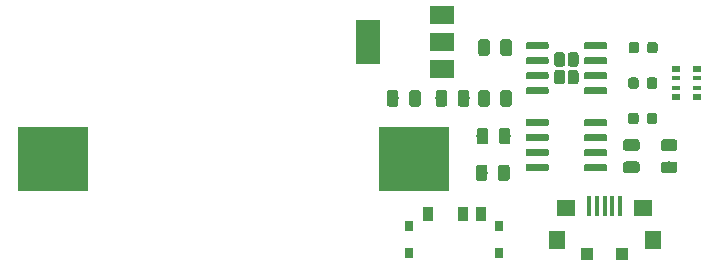
<source format=gbr>
G04 #@! TF.GenerationSoftware,KiCad,Pcbnew,5.1.2*
G04 #@! TF.CreationDate,2019-05-10T12:40:58-05:00*
G04 #@! TF.ProjectId,BreadboardPwr,42726561-6462-46f6-9172-645077722e6b,rev?*
G04 #@! TF.SameCoordinates,Original*
G04 #@! TF.FileFunction,Paste,Top*
G04 #@! TF.FilePolarity,Positive*
%FSLAX46Y46*%
G04 Gerber Fmt 4.6, Leading zero omitted, Abs format (unit mm)*
G04 Created by KiCad (PCBNEW 5.1.2) date 2019-05-10 12:40:58*
%MOMM*%
%LPD*%
G04 APERTURE LIST*
%ADD10C,0.100000*%
%ADD11C,0.875000*%
%ADD12R,0.800000X0.500000*%
%ADD13R,0.800000X0.400000*%
%ADD14R,0.800000X0.900000*%
%ADD15R,0.900000X1.250000*%
%ADD16R,6.000000X5.500000*%
%ADD17C,0.975000*%
%ADD18R,1.100000X1.000000*%
%ADD19R,1.350000X1.500000*%
%ADD20R,0.400000X1.800000*%
%ADD21R,1.500000X1.400000*%
%ADD22C,0.600000*%
%ADD23C,0.920000*%
%ADD24R,2.000000X3.800000*%
%ADD25R,2.000000X1.500000*%
G04 APERTURE END LIST*
D10*
G36*
X157452691Y-111526053D02*
G01*
X157473926Y-111529203D01*
X157494750Y-111534419D01*
X157514962Y-111541651D01*
X157534368Y-111550830D01*
X157552781Y-111561866D01*
X157570024Y-111574654D01*
X157585930Y-111589070D01*
X157600346Y-111604976D01*
X157613134Y-111622219D01*
X157624170Y-111640632D01*
X157633349Y-111660038D01*
X157640581Y-111680250D01*
X157645797Y-111701074D01*
X157648947Y-111722309D01*
X157650000Y-111743750D01*
X157650000Y-112256250D01*
X157648947Y-112277691D01*
X157645797Y-112298926D01*
X157640581Y-112319750D01*
X157633349Y-112339962D01*
X157624170Y-112359368D01*
X157613134Y-112377781D01*
X157600346Y-112395024D01*
X157585930Y-112410930D01*
X157570024Y-112425346D01*
X157552781Y-112438134D01*
X157534368Y-112449170D01*
X157514962Y-112458349D01*
X157494750Y-112465581D01*
X157473926Y-112470797D01*
X157452691Y-112473947D01*
X157431250Y-112475000D01*
X156993750Y-112475000D01*
X156972309Y-112473947D01*
X156951074Y-112470797D01*
X156930250Y-112465581D01*
X156910038Y-112458349D01*
X156890632Y-112449170D01*
X156872219Y-112438134D01*
X156854976Y-112425346D01*
X156839070Y-112410930D01*
X156824654Y-112395024D01*
X156811866Y-112377781D01*
X156800830Y-112359368D01*
X156791651Y-112339962D01*
X156784419Y-112319750D01*
X156779203Y-112298926D01*
X156776053Y-112277691D01*
X156775000Y-112256250D01*
X156775000Y-111743750D01*
X156776053Y-111722309D01*
X156779203Y-111701074D01*
X156784419Y-111680250D01*
X156791651Y-111660038D01*
X156800830Y-111640632D01*
X156811866Y-111622219D01*
X156824654Y-111604976D01*
X156839070Y-111589070D01*
X156854976Y-111574654D01*
X156872219Y-111561866D01*
X156890632Y-111550830D01*
X156910038Y-111541651D01*
X156930250Y-111534419D01*
X156951074Y-111529203D01*
X156972309Y-111526053D01*
X156993750Y-111525000D01*
X157431250Y-111525000D01*
X157452691Y-111526053D01*
X157452691Y-111526053D01*
G37*
D11*
X157212500Y-112000000D03*
D10*
G36*
X159027691Y-111526053D02*
G01*
X159048926Y-111529203D01*
X159069750Y-111534419D01*
X159089962Y-111541651D01*
X159109368Y-111550830D01*
X159127781Y-111561866D01*
X159145024Y-111574654D01*
X159160930Y-111589070D01*
X159175346Y-111604976D01*
X159188134Y-111622219D01*
X159199170Y-111640632D01*
X159208349Y-111660038D01*
X159215581Y-111680250D01*
X159220797Y-111701074D01*
X159223947Y-111722309D01*
X159225000Y-111743750D01*
X159225000Y-112256250D01*
X159223947Y-112277691D01*
X159220797Y-112298926D01*
X159215581Y-112319750D01*
X159208349Y-112339962D01*
X159199170Y-112359368D01*
X159188134Y-112377781D01*
X159175346Y-112395024D01*
X159160930Y-112410930D01*
X159145024Y-112425346D01*
X159127781Y-112438134D01*
X159109368Y-112449170D01*
X159089962Y-112458349D01*
X159069750Y-112465581D01*
X159048926Y-112470797D01*
X159027691Y-112473947D01*
X159006250Y-112475000D01*
X158568750Y-112475000D01*
X158547309Y-112473947D01*
X158526074Y-112470797D01*
X158505250Y-112465581D01*
X158485038Y-112458349D01*
X158465632Y-112449170D01*
X158447219Y-112438134D01*
X158429976Y-112425346D01*
X158414070Y-112410930D01*
X158399654Y-112395024D01*
X158386866Y-112377781D01*
X158375830Y-112359368D01*
X158366651Y-112339962D01*
X158359419Y-112319750D01*
X158354203Y-112298926D01*
X158351053Y-112277691D01*
X158350000Y-112256250D01*
X158350000Y-111743750D01*
X158351053Y-111722309D01*
X158354203Y-111701074D01*
X158359419Y-111680250D01*
X158366651Y-111660038D01*
X158375830Y-111640632D01*
X158386866Y-111622219D01*
X158399654Y-111604976D01*
X158414070Y-111589070D01*
X158429976Y-111574654D01*
X158447219Y-111561866D01*
X158465632Y-111550830D01*
X158485038Y-111541651D01*
X158505250Y-111534419D01*
X158526074Y-111529203D01*
X158547309Y-111526053D01*
X158568750Y-111525000D01*
X159006250Y-111525000D01*
X159027691Y-111526053D01*
X159027691Y-111526053D01*
G37*
D11*
X158787500Y-112000000D03*
D10*
G36*
X158990191Y-114526053D02*
G01*
X159011426Y-114529203D01*
X159032250Y-114534419D01*
X159052462Y-114541651D01*
X159071868Y-114550830D01*
X159090281Y-114561866D01*
X159107524Y-114574654D01*
X159123430Y-114589070D01*
X159137846Y-114604976D01*
X159150634Y-114622219D01*
X159161670Y-114640632D01*
X159170849Y-114660038D01*
X159178081Y-114680250D01*
X159183297Y-114701074D01*
X159186447Y-114722309D01*
X159187500Y-114743750D01*
X159187500Y-115256250D01*
X159186447Y-115277691D01*
X159183297Y-115298926D01*
X159178081Y-115319750D01*
X159170849Y-115339962D01*
X159161670Y-115359368D01*
X159150634Y-115377781D01*
X159137846Y-115395024D01*
X159123430Y-115410930D01*
X159107524Y-115425346D01*
X159090281Y-115438134D01*
X159071868Y-115449170D01*
X159052462Y-115458349D01*
X159032250Y-115465581D01*
X159011426Y-115470797D01*
X158990191Y-115473947D01*
X158968750Y-115475000D01*
X158531250Y-115475000D01*
X158509809Y-115473947D01*
X158488574Y-115470797D01*
X158467750Y-115465581D01*
X158447538Y-115458349D01*
X158428132Y-115449170D01*
X158409719Y-115438134D01*
X158392476Y-115425346D01*
X158376570Y-115410930D01*
X158362154Y-115395024D01*
X158349366Y-115377781D01*
X158338330Y-115359368D01*
X158329151Y-115339962D01*
X158321919Y-115319750D01*
X158316703Y-115298926D01*
X158313553Y-115277691D01*
X158312500Y-115256250D01*
X158312500Y-114743750D01*
X158313553Y-114722309D01*
X158316703Y-114701074D01*
X158321919Y-114680250D01*
X158329151Y-114660038D01*
X158338330Y-114640632D01*
X158349366Y-114622219D01*
X158362154Y-114604976D01*
X158376570Y-114589070D01*
X158392476Y-114574654D01*
X158409719Y-114561866D01*
X158428132Y-114550830D01*
X158447538Y-114541651D01*
X158467750Y-114534419D01*
X158488574Y-114529203D01*
X158509809Y-114526053D01*
X158531250Y-114525000D01*
X158968750Y-114525000D01*
X158990191Y-114526053D01*
X158990191Y-114526053D01*
G37*
D11*
X158750000Y-115000000D03*
D10*
G36*
X157415191Y-114526053D02*
G01*
X157436426Y-114529203D01*
X157457250Y-114534419D01*
X157477462Y-114541651D01*
X157496868Y-114550830D01*
X157515281Y-114561866D01*
X157532524Y-114574654D01*
X157548430Y-114589070D01*
X157562846Y-114604976D01*
X157575634Y-114622219D01*
X157586670Y-114640632D01*
X157595849Y-114660038D01*
X157603081Y-114680250D01*
X157608297Y-114701074D01*
X157611447Y-114722309D01*
X157612500Y-114743750D01*
X157612500Y-115256250D01*
X157611447Y-115277691D01*
X157608297Y-115298926D01*
X157603081Y-115319750D01*
X157595849Y-115339962D01*
X157586670Y-115359368D01*
X157575634Y-115377781D01*
X157562846Y-115395024D01*
X157548430Y-115410930D01*
X157532524Y-115425346D01*
X157515281Y-115438134D01*
X157496868Y-115449170D01*
X157477462Y-115458349D01*
X157457250Y-115465581D01*
X157436426Y-115470797D01*
X157415191Y-115473947D01*
X157393750Y-115475000D01*
X156956250Y-115475000D01*
X156934809Y-115473947D01*
X156913574Y-115470797D01*
X156892750Y-115465581D01*
X156872538Y-115458349D01*
X156853132Y-115449170D01*
X156834719Y-115438134D01*
X156817476Y-115425346D01*
X156801570Y-115410930D01*
X156787154Y-115395024D01*
X156774366Y-115377781D01*
X156763330Y-115359368D01*
X156754151Y-115339962D01*
X156746919Y-115319750D01*
X156741703Y-115298926D01*
X156738553Y-115277691D01*
X156737500Y-115256250D01*
X156737500Y-114743750D01*
X156738553Y-114722309D01*
X156741703Y-114701074D01*
X156746919Y-114680250D01*
X156754151Y-114660038D01*
X156763330Y-114640632D01*
X156774366Y-114622219D01*
X156787154Y-114604976D01*
X156801570Y-114589070D01*
X156817476Y-114574654D01*
X156834719Y-114561866D01*
X156853132Y-114550830D01*
X156872538Y-114541651D01*
X156892750Y-114534419D01*
X156913574Y-114529203D01*
X156934809Y-114526053D01*
X156956250Y-114525000D01*
X157393750Y-114525000D01*
X157415191Y-114526053D01*
X157415191Y-114526053D01*
G37*
D11*
X157175000Y-115000000D03*
D10*
G36*
X157415191Y-117526053D02*
G01*
X157436426Y-117529203D01*
X157457250Y-117534419D01*
X157477462Y-117541651D01*
X157496868Y-117550830D01*
X157515281Y-117561866D01*
X157532524Y-117574654D01*
X157548430Y-117589070D01*
X157562846Y-117604976D01*
X157575634Y-117622219D01*
X157586670Y-117640632D01*
X157595849Y-117660038D01*
X157603081Y-117680250D01*
X157608297Y-117701074D01*
X157611447Y-117722309D01*
X157612500Y-117743750D01*
X157612500Y-118256250D01*
X157611447Y-118277691D01*
X157608297Y-118298926D01*
X157603081Y-118319750D01*
X157595849Y-118339962D01*
X157586670Y-118359368D01*
X157575634Y-118377781D01*
X157562846Y-118395024D01*
X157548430Y-118410930D01*
X157532524Y-118425346D01*
X157515281Y-118438134D01*
X157496868Y-118449170D01*
X157477462Y-118458349D01*
X157457250Y-118465581D01*
X157436426Y-118470797D01*
X157415191Y-118473947D01*
X157393750Y-118475000D01*
X156956250Y-118475000D01*
X156934809Y-118473947D01*
X156913574Y-118470797D01*
X156892750Y-118465581D01*
X156872538Y-118458349D01*
X156853132Y-118449170D01*
X156834719Y-118438134D01*
X156817476Y-118425346D01*
X156801570Y-118410930D01*
X156787154Y-118395024D01*
X156774366Y-118377781D01*
X156763330Y-118359368D01*
X156754151Y-118339962D01*
X156746919Y-118319750D01*
X156741703Y-118298926D01*
X156738553Y-118277691D01*
X156737500Y-118256250D01*
X156737500Y-117743750D01*
X156738553Y-117722309D01*
X156741703Y-117701074D01*
X156746919Y-117680250D01*
X156754151Y-117660038D01*
X156763330Y-117640632D01*
X156774366Y-117622219D01*
X156787154Y-117604976D01*
X156801570Y-117589070D01*
X156817476Y-117574654D01*
X156834719Y-117561866D01*
X156853132Y-117550830D01*
X156872538Y-117541651D01*
X156892750Y-117534419D01*
X156913574Y-117529203D01*
X156934809Y-117526053D01*
X156956250Y-117525000D01*
X157393750Y-117525000D01*
X157415191Y-117526053D01*
X157415191Y-117526053D01*
G37*
D11*
X157175000Y-118000000D03*
D10*
G36*
X158990191Y-117526053D02*
G01*
X159011426Y-117529203D01*
X159032250Y-117534419D01*
X159052462Y-117541651D01*
X159071868Y-117550830D01*
X159090281Y-117561866D01*
X159107524Y-117574654D01*
X159123430Y-117589070D01*
X159137846Y-117604976D01*
X159150634Y-117622219D01*
X159161670Y-117640632D01*
X159170849Y-117660038D01*
X159178081Y-117680250D01*
X159183297Y-117701074D01*
X159186447Y-117722309D01*
X159187500Y-117743750D01*
X159187500Y-118256250D01*
X159186447Y-118277691D01*
X159183297Y-118298926D01*
X159178081Y-118319750D01*
X159170849Y-118339962D01*
X159161670Y-118359368D01*
X159150634Y-118377781D01*
X159137846Y-118395024D01*
X159123430Y-118410930D01*
X159107524Y-118425346D01*
X159090281Y-118438134D01*
X159071868Y-118449170D01*
X159052462Y-118458349D01*
X159032250Y-118465581D01*
X159011426Y-118470797D01*
X158990191Y-118473947D01*
X158968750Y-118475000D01*
X158531250Y-118475000D01*
X158509809Y-118473947D01*
X158488574Y-118470797D01*
X158467750Y-118465581D01*
X158447538Y-118458349D01*
X158428132Y-118449170D01*
X158409719Y-118438134D01*
X158392476Y-118425346D01*
X158376570Y-118410930D01*
X158362154Y-118395024D01*
X158349366Y-118377781D01*
X158338330Y-118359368D01*
X158329151Y-118339962D01*
X158321919Y-118319750D01*
X158316703Y-118298926D01*
X158313553Y-118277691D01*
X158312500Y-118256250D01*
X158312500Y-117743750D01*
X158313553Y-117722309D01*
X158316703Y-117701074D01*
X158321919Y-117680250D01*
X158329151Y-117660038D01*
X158338330Y-117640632D01*
X158349366Y-117622219D01*
X158362154Y-117604976D01*
X158376570Y-117589070D01*
X158392476Y-117574654D01*
X158409719Y-117561866D01*
X158428132Y-117550830D01*
X158447538Y-117541651D01*
X158467750Y-117534419D01*
X158488574Y-117529203D01*
X158509809Y-117526053D01*
X158531250Y-117525000D01*
X158968750Y-117525000D01*
X158990191Y-117526053D01*
X158990191Y-117526053D01*
G37*
D11*
X158750000Y-118000000D03*
D12*
X162600000Y-116200000D03*
D13*
X162600000Y-114600000D03*
X162600000Y-115400000D03*
D12*
X162600000Y-113800000D03*
D13*
X160800000Y-115400000D03*
D12*
X160800000Y-116200000D03*
D13*
X160800000Y-114600000D03*
D12*
X160800000Y-113800000D03*
D14*
X145800000Y-129400000D03*
X138200000Y-129400000D03*
X138190000Y-127100000D03*
X145800000Y-127100000D03*
D15*
X144250000Y-126125000D03*
X142750000Y-126125000D03*
X139750000Y-126125000D03*
D16*
X108000000Y-121400000D03*
X138600000Y-121400000D03*
D10*
G36*
X157480142Y-119763674D02*
G01*
X157503803Y-119767184D01*
X157527007Y-119772996D01*
X157549529Y-119781054D01*
X157571153Y-119791282D01*
X157591670Y-119803579D01*
X157610883Y-119817829D01*
X157628607Y-119833893D01*
X157644671Y-119851617D01*
X157658921Y-119870830D01*
X157671218Y-119891347D01*
X157681446Y-119912971D01*
X157689504Y-119935493D01*
X157695316Y-119958697D01*
X157698826Y-119982358D01*
X157700000Y-120006250D01*
X157700000Y-120493750D01*
X157698826Y-120517642D01*
X157695316Y-120541303D01*
X157689504Y-120564507D01*
X157681446Y-120587029D01*
X157671218Y-120608653D01*
X157658921Y-120629170D01*
X157644671Y-120648383D01*
X157628607Y-120666107D01*
X157610883Y-120682171D01*
X157591670Y-120696421D01*
X157571153Y-120708718D01*
X157549529Y-120718946D01*
X157527007Y-120727004D01*
X157503803Y-120732816D01*
X157480142Y-120736326D01*
X157456250Y-120737500D01*
X156543750Y-120737500D01*
X156519858Y-120736326D01*
X156496197Y-120732816D01*
X156472993Y-120727004D01*
X156450471Y-120718946D01*
X156428847Y-120708718D01*
X156408330Y-120696421D01*
X156389117Y-120682171D01*
X156371393Y-120666107D01*
X156355329Y-120648383D01*
X156341079Y-120629170D01*
X156328782Y-120608653D01*
X156318554Y-120587029D01*
X156310496Y-120564507D01*
X156304684Y-120541303D01*
X156301174Y-120517642D01*
X156300000Y-120493750D01*
X156300000Y-120006250D01*
X156301174Y-119982358D01*
X156304684Y-119958697D01*
X156310496Y-119935493D01*
X156318554Y-119912971D01*
X156328782Y-119891347D01*
X156341079Y-119870830D01*
X156355329Y-119851617D01*
X156371393Y-119833893D01*
X156389117Y-119817829D01*
X156408330Y-119803579D01*
X156428847Y-119791282D01*
X156450471Y-119781054D01*
X156472993Y-119772996D01*
X156496197Y-119767184D01*
X156519858Y-119763674D01*
X156543750Y-119762500D01*
X157456250Y-119762500D01*
X157480142Y-119763674D01*
X157480142Y-119763674D01*
G37*
D17*
X157000000Y-120250000D03*
D10*
G36*
X157480142Y-121638674D02*
G01*
X157503803Y-121642184D01*
X157527007Y-121647996D01*
X157549529Y-121656054D01*
X157571153Y-121666282D01*
X157591670Y-121678579D01*
X157610883Y-121692829D01*
X157628607Y-121708893D01*
X157644671Y-121726617D01*
X157658921Y-121745830D01*
X157671218Y-121766347D01*
X157681446Y-121787971D01*
X157689504Y-121810493D01*
X157695316Y-121833697D01*
X157698826Y-121857358D01*
X157700000Y-121881250D01*
X157700000Y-122368750D01*
X157698826Y-122392642D01*
X157695316Y-122416303D01*
X157689504Y-122439507D01*
X157681446Y-122462029D01*
X157671218Y-122483653D01*
X157658921Y-122504170D01*
X157644671Y-122523383D01*
X157628607Y-122541107D01*
X157610883Y-122557171D01*
X157591670Y-122571421D01*
X157571153Y-122583718D01*
X157549529Y-122593946D01*
X157527007Y-122602004D01*
X157503803Y-122607816D01*
X157480142Y-122611326D01*
X157456250Y-122612500D01*
X156543750Y-122612500D01*
X156519858Y-122611326D01*
X156496197Y-122607816D01*
X156472993Y-122602004D01*
X156450471Y-122593946D01*
X156428847Y-122583718D01*
X156408330Y-122571421D01*
X156389117Y-122557171D01*
X156371393Y-122541107D01*
X156355329Y-122523383D01*
X156341079Y-122504170D01*
X156328782Y-122483653D01*
X156318554Y-122462029D01*
X156310496Y-122439507D01*
X156304684Y-122416303D01*
X156301174Y-122392642D01*
X156300000Y-122368750D01*
X156300000Y-121881250D01*
X156301174Y-121857358D01*
X156304684Y-121833697D01*
X156310496Y-121810493D01*
X156318554Y-121787971D01*
X156328782Y-121766347D01*
X156341079Y-121745830D01*
X156355329Y-121726617D01*
X156371393Y-121708893D01*
X156389117Y-121692829D01*
X156408330Y-121678579D01*
X156428847Y-121666282D01*
X156450471Y-121656054D01*
X156472993Y-121647996D01*
X156496197Y-121642184D01*
X156519858Y-121638674D01*
X156543750Y-121637500D01*
X157456250Y-121637500D01*
X157480142Y-121638674D01*
X157480142Y-121638674D01*
G37*
D17*
X157000000Y-122125000D03*
D10*
G36*
X144667642Y-118801174D02*
G01*
X144691303Y-118804684D01*
X144714507Y-118810496D01*
X144737029Y-118818554D01*
X144758653Y-118828782D01*
X144779170Y-118841079D01*
X144798383Y-118855329D01*
X144816107Y-118871393D01*
X144832171Y-118889117D01*
X144846421Y-118908330D01*
X144858718Y-118928847D01*
X144868946Y-118950471D01*
X144877004Y-118972993D01*
X144882816Y-118996197D01*
X144886326Y-119019858D01*
X144887500Y-119043750D01*
X144887500Y-119956250D01*
X144886326Y-119980142D01*
X144882816Y-120003803D01*
X144877004Y-120027007D01*
X144868946Y-120049529D01*
X144858718Y-120071153D01*
X144846421Y-120091670D01*
X144832171Y-120110883D01*
X144816107Y-120128607D01*
X144798383Y-120144671D01*
X144779170Y-120158921D01*
X144758653Y-120171218D01*
X144737029Y-120181446D01*
X144714507Y-120189504D01*
X144691303Y-120195316D01*
X144667642Y-120198826D01*
X144643750Y-120200000D01*
X144156250Y-120200000D01*
X144132358Y-120198826D01*
X144108697Y-120195316D01*
X144085493Y-120189504D01*
X144062971Y-120181446D01*
X144041347Y-120171218D01*
X144020830Y-120158921D01*
X144001617Y-120144671D01*
X143983893Y-120128607D01*
X143967829Y-120110883D01*
X143953579Y-120091670D01*
X143941282Y-120071153D01*
X143931054Y-120049529D01*
X143922996Y-120027007D01*
X143917184Y-120003803D01*
X143913674Y-119980142D01*
X143912500Y-119956250D01*
X143912500Y-119043750D01*
X143913674Y-119019858D01*
X143917184Y-118996197D01*
X143922996Y-118972993D01*
X143931054Y-118950471D01*
X143941282Y-118928847D01*
X143953579Y-118908330D01*
X143967829Y-118889117D01*
X143983893Y-118871393D01*
X144001617Y-118855329D01*
X144020830Y-118841079D01*
X144041347Y-118828782D01*
X144062971Y-118818554D01*
X144085493Y-118810496D01*
X144108697Y-118804684D01*
X144132358Y-118801174D01*
X144156250Y-118800000D01*
X144643750Y-118800000D01*
X144667642Y-118801174D01*
X144667642Y-118801174D01*
G37*
D17*
X144400000Y-119500000D03*
D10*
G36*
X146542642Y-118801174D02*
G01*
X146566303Y-118804684D01*
X146589507Y-118810496D01*
X146612029Y-118818554D01*
X146633653Y-118828782D01*
X146654170Y-118841079D01*
X146673383Y-118855329D01*
X146691107Y-118871393D01*
X146707171Y-118889117D01*
X146721421Y-118908330D01*
X146733718Y-118928847D01*
X146743946Y-118950471D01*
X146752004Y-118972993D01*
X146757816Y-118996197D01*
X146761326Y-119019858D01*
X146762500Y-119043750D01*
X146762500Y-119956250D01*
X146761326Y-119980142D01*
X146757816Y-120003803D01*
X146752004Y-120027007D01*
X146743946Y-120049529D01*
X146733718Y-120071153D01*
X146721421Y-120091670D01*
X146707171Y-120110883D01*
X146691107Y-120128607D01*
X146673383Y-120144671D01*
X146654170Y-120158921D01*
X146633653Y-120171218D01*
X146612029Y-120181446D01*
X146589507Y-120189504D01*
X146566303Y-120195316D01*
X146542642Y-120198826D01*
X146518750Y-120200000D01*
X146031250Y-120200000D01*
X146007358Y-120198826D01*
X145983697Y-120195316D01*
X145960493Y-120189504D01*
X145937971Y-120181446D01*
X145916347Y-120171218D01*
X145895830Y-120158921D01*
X145876617Y-120144671D01*
X145858893Y-120128607D01*
X145842829Y-120110883D01*
X145828579Y-120091670D01*
X145816282Y-120071153D01*
X145806054Y-120049529D01*
X145797996Y-120027007D01*
X145792184Y-120003803D01*
X145788674Y-119980142D01*
X145787500Y-119956250D01*
X145787500Y-119043750D01*
X145788674Y-119019858D01*
X145792184Y-118996197D01*
X145797996Y-118972993D01*
X145806054Y-118950471D01*
X145816282Y-118928847D01*
X145828579Y-118908330D01*
X145842829Y-118889117D01*
X145858893Y-118871393D01*
X145876617Y-118855329D01*
X145895830Y-118841079D01*
X145916347Y-118828782D01*
X145937971Y-118818554D01*
X145960493Y-118810496D01*
X145983697Y-118804684D01*
X146007358Y-118801174D01*
X146031250Y-118800000D01*
X146518750Y-118800000D01*
X146542642Y-118801174D01*
X146542642Y-118801174D01*
G37*
D17*
X146275000Y-119500000D03*
D10*
G36*
X144592642Y-121901174D02*
G01*
X144616303Y-121904684D01*
X144639507Y-121910496D01*
X144662029Y-121918554D01*
X144683653Y-121928782D01*
X144704170Y-121941079D01*
X144723383Y-121955329D01*
X144741107Y-121971393D01*
X144757171Y-121989117D01*
X144771421Y-122008330D01*
X144783718Y-122028847D01*
X144793946Y-122050471D01*
X144802004Y-122072993D01*
X144807816Y-122096197D01*
X144811326Y-122119858D01*
X144812500Y-122143750D01*
X144812500Y-123056250D01*
X144811326Y-123080142D01*
X144807816Y-123103803D01*
X144802004Y-123127007D01*
X144793946Y-123149529D01*
X144783718Y-123171153D01*
X144771421Y-123191670D01*
X144757171Y-123210883D01*
X144741107Y-123228607D01*
X144723383Y-123244671D01*
X144704170Y-123258921D01*
X144683653Y-123271218D01*
X144662029Y-123281446D01*
X144639507Y-123289504D01*
X144616303Y-123295316D01*
X144592642Y-123298826D01*
X144568750Y-123300000D01*
X144081250Y-123300000D01*
X144057358Y-123298826D01*
X144033697Y-123295316D01*
X144010493Y-123289504D01*
X143987971Y-123281446D01*
X143966347Y-123271218D01*
X143945830Y-123258921D01*
X143926617Y-123244671D01*
X143908893Y-123228607D01*
X143892829Y-123210883D01*
X143878579Y-123191670D01*
X143866282Y-123171153D01*
X143856054Y-123149529D01*
X143847996Y-123127007D01*
X143842184Y-123103803D01*
X143838674Y-123080142D01*
X143837500Y-123056250D01*
X143837500Y-122143750D01*
X143838674Y-122119858D01*
X143842184Y-122096197D01*
X143847996Y-122072993D01*
X143856054Y-122050471D01*
X143866282Y-122028847D01*
X143878579Y-122008330D01*
X143892829Y-121989117D01*
X143908893Y-121971393D01*
X143926617Y-121955329D01*
X143945830Y-121941079D01*
X143966347Y-121928782D01*
X143987971Y-121918554D01*
X144010493Y-121910496D01*
X144033697Y-121904684D01*
X144057358Y-121901174D01*
X144081250Y-121900000D01*
X144568750Y-121900000D01*
X144592642Y-121901174D01*
X144592642Y-121901174D01*
G37*
D17*
X144325000Y-122600000D03*
D10*
G36*
X146467642Y-121901174D02*
G01*
X146491303Y-121904684D01*
X146514507Y-121910496D01*
X146537029Y-121918554D01*
X146558653Y-121928782D01*
X146579170Y-121941079D01*
X146598383Y-121955329D01*
X146616107Y-121971393D01*
X146632171Y-121989117D01*
X146646421Y-122008330D01*
X146658718Y-122028847D01*
X146668946Y-122050471D01*
X146677004Y-122072993D01*
X146682816Y-122096197D01*
X146686326Y-122119858D01*
X146687500Y-122143750D01*
X146687500Y-123056250D01*
X146686326Y-123080142D01*
X146682816Y-123103803D01*
X146677004Y-123127007D01*
X146668946Y-123149529D01*
X146658718Y-123171153D01*
X146646421Y-123191670D01*
X146632171Y-123210883D01*
X146616107Y-123228607D01*
X146598383Y-123244671D01*
X146579170Y-123258921D01*
X146558653Y-123271218D01*
X146537029Y-123281446D01*
X146514507Y-123289504D01*
X146491303Y-123295316D01*
X146467642Y-123298826D01*
X146443750Y-123300000D01*
X145956250Y-123300000D01*
X145932358Y-123298826D01*
X145908697Y-123295316D01*
X145885493Y-123289504D01*
X145862971Y-123281446D01*
X145841347Y-123271218D01*
X145820830Y-123258921D01*
X145801617Y-123244671D01*
X145783893Y-123228607D01*
X145767829Y-123210883D01*
X145753579Y-123191670D01*
X145741282Y-123171153D01*
X145731054Y-123149529D01*
X145722996Y-123127007D01*
X145717184Y-123103803D01*
X145713674Y-123080142D01*
X145712500Y-123056250D01*
X145712500Y-122143750D01*
X145713674Y-122119858D01*
X145717184Y-122096197D01*
X145722996Y-122072993D01*
X145731054Y-122050471D01*
X145741282Y-122028847D01*
X145753579Y-122008330D01*
X145767829Y-121989117D01*
X145783893Y-121971393D01*
X145801617Y-121955329D01*
X145820830Y-121941079D01*
X145841347Y-121928782D01*
X145862971Y-121918554D01*
X145885493Y-121910496D01*
X145908697Y-121904684D01*
X145932358Y-121901174D01*
X145956250Y-121900000D01*
X146443750Y-121900000D01*
X146467642Y-121901174D01*
X146467642Y-121901174D01*
G37*
D17*
X146200000Y-122600000D03*
D10*
G36*
X146667642Y-115601174D02*
G01*
X146691303Y-115604684D01*
X146714507Y-115610496D01*
X146737029Y-115618554D01*
X146758653Y-115628782D01*
X146779170Y-115641079D01*
X146798383Y-115655329D01*
X146816107Y-115671393D01*
X146832171Y-115689117D01*
X146846421Y-115708330D01*
X146858718Y-115728847D01*
X146868946Y-115750471D01*
X146877004Y-115772993D01*
X146882816Y-115796197D01*
X146886326Y-115819858D01*
X146887500Y-115843750D01*
X146887500Y-116756250D01*
X146886326Y-116780142D01*
X146882816Y-116803803D01*
X146877004Y-116827007D01*
X146868946Y-116849529D01*
X146858718Y-116871153D01*
X146846421Y-116891670D01*
X146832171Y-116910883D01*
X146816107Y-116928607D01*
X146798383Y-116944671D01*
X146779170Y-116958921D01*
X146758653Y-116971218D01*
X146737029Y-116981446D01*
X146714507Y-116989504D01*
X146691303Y-116995316D01*
X146667642Y-116998826D01*
X146643750Y-117000000D01*
X146156250Y-117000000D01*
X146132358Y-116998826D01*
X146108697Y-116995316D01*
X146085493Y-116989504D01*
X146062971Y-116981446D01*
X146041347Y-116971218D01*
X146020830Y-116958921D01*
X146001617Y-116944671D01*
X145983893Y-116928607D01*
X145967829Y-116910883D01*
X145953579Y-116891670D01*
X145941282Y-116871153D01*
X145931054Y-116849529D01*
X145922996Y-116827007D01*
X145917184Y-116803803D01*
X145913674Y-116780142D01*
X145912500Y-116756250D01*
X145912500Y-115843750D01*
X145913674Y-115819858D01*
X145917184Y-115796197D01*
X145922996Y-115772993D01*
X145931054Y-115750471D01*
X145941282Y-115728847D01*
X145953579Y-115708330D01*
X145967829Y-115689117D01*
X145983893Y-115671393D01*
X146001617Y-115655329D01*
X146020830Y-115641079D01*
X146041347Y-115628782D01*
X146062971Y-115618554D01*
X146085493Y-115610496D01*
X146108697Y-115604684D01*
X146132358Y-115601174D01*
X146156250Y-115600000D01*
X146643750Y-115600000D01*
X146667642Y-115601174D01*
X146667642Y-115601174D01*
G37*
D17*
X146400000Y-116300000D03*
D10*
G36*
X144792642Y-115601174D02*
G01*
X144816303Y-115604684D01*
X144839507Y-115610496D01*
X144862029Y-115618554D01*
X144883653Y-115628782D01*
X144904170Y-115641079D01*
X144923383Y-115655329D01*
X144941107Y-115671393D01*
X144957171Y-115689117D01*
X144971421Y-115708330D01*
X144983718Y-115728847D01*
X144993946Y-115750471D01*
X145002004Y-115772993D01*
X145007816Y-115796197D01*
X145011326Y-115819858D01*
X145012500Y-115843750D01*
X145012500Y-116756250D01*
X145011326Y-116780142D01*
X145007816Y-116803803D01*
X145002004Y-116827007D01*
X144993946Y-116849529D01*
X144983718Y-116871153D01*
X144971421Y-116891670D01*
X144957171Y-116910883D01*
X144941107Y-116928607D01*
X144923383Y-116944671D01*
X144904170Y-116958921D01*
X144883653Y-116971218D01*
X144862029Y-116981446D01*
X144839507Y-116989504D01*
X144816303Y-116995316D01*
X144792642Y-116998826D01*
X144768750Y-117000000D01*
X144281250Y-117000000D01*
X144257358Y-116998826D01*
X144233697Y-116995316D01*
X144210493Y-116989504D01*
X144187971Y-116981446D01*
X144166347Y-116971218D01*
X144145830Y-116958921D01*
X144126617Y-116944671D01*
X144108893Y-116928607D01*
X144092829Y-116910883D01*
X144078579Y-116891670D01*
X144066282Y-116871153D01*
X144056054Y-116849529D01*
X144047996Y-116827007D01*
X144042184Y-116803803D01*
X144038674Y-116780142D01*
X144037500Y-116756250D01*
X144037500Y-115843750D01*
X144038674Y-115819858D01*
X144042184Y-115796197D01*
X144047996Y-115772993D01*
X144056054Y-115750471D01*
X144066282Y-115728847D01*
X144078579Y-115708330D01*
X144092829Y-115689117D01*
X144108893Y-115671393D01*
X144126617Y-115655329D01*
X144145830Y-115641079D01*
X144166347Y-115628782D01*
X144187971Y-115618554D01*
X144210493Y-115610496D01*
X144233697Y-115604684D01*
X144257358Y-115601174D01*
X144281250Y-115600000D01*
X144768750Y-115600000D01*
X144792642Y-115601174D01*
X144792642Y-115601174D01*
G37*
D17*
X144525000Y-116300000D03*
D10*
G36*
X141192642Y-115601174D02*
G01*
X141216303Y-115604684D01*
X141239507Y-115610496D01*
X141262029Y-115618554D01*
X141283653Y-115628782D01*
X141304170Y-115641079D01*
X141323383Y-115655329D01*
X141341107Y-115671393D01*
X141357171Y-115689117D01*
X141371421Y-115708330D01*
X141383718Y-115728847D01*
X141393946Y-115750471D01*
X141402004Y-115772993D01*
X141407816Y-115796197D01*
X141411326Y-115819858D01*
X141412500Y-115843750D01*
X141412500Y-116756250D01*
X141411326Y-116780142D01*
X141407816Y-116803803D01*
X141402004Y-116827007D01*
X141393946Y-116849529D01*
X141383718Y-116871153D01*
X141371421Y-116891670D01*
X141357171Y-116910883D01*
X141341107Y-116928607D01*
X141323383Y-116944671D01*
X141304170Y-116958921D01*
X141283653Y-116971218D01*
X141262029Y-116981446D01*
X141239507Y-116989504D01*
X141216303Y-116995316D01*
X141192642Y-116998826D01*
X141168750Y-117000000D01*
X140681250Y-117000000D01*
X140657358Y-116998826D01*
X140633697Y-116995316D01*
X140610493Y-116989504D01*
X140587971Y-116981446D01*
X140566347Y-116971218D01*
X140545830Y-116958921D01*
X140526617Y-116944671D01*
X140508893Y-116928607D01*
X140492829Y-116910883D01*
X140478579Y-116891670D01*
X140466282Y-116871153D01*
X140456054Y-116849529D01*
X140447996Y-116827007D01*
X140442184Y-116803803D01*
X140438674Y-116780142D01*
X140437500Y-116756250D01*
X140437500Y-115843750D01*
X140438674Y-115819858D01*
X140442184Y-115796197D01*
X140447996Y-115772993D01*
X140456054Y-115750471D01*
X140466282Y-115728847D01*
X140478579Y-115708330D01*
X140492829Y-115689117D01*
X140508893Y-115671393D01*
X140526617Y-115655329D01*
X140545830Y-115641079D01*
X140566347Y-115628782D01*
X140587971Y-115618554D01*
X140610493Y-115610496D01*
X140633697Y-115604684D01*
X140657358Y-115601174D01*
X140681250Y-115600000D01*
X141168750Y-115600000D01*
X141192642Y-115601174D01*
X141192642Y-115601174D01*
G37*
D17*
X140925000Y-116300000D03*
D10*
G36*
X143067642Y-115601174D02*
G01*
X143091303Y-115604684D01*
X143114507Y-115610496D01*
X143137029Y-115618554D01*
X143158653Y-115628782D01*
X143179170Y-115641079D01*
X143198383Y-115655329D01*
X143216107Y-115671393D01*
X143232171Y-115689117D01*
X143246421Y-115708330D01*
X143258718Y-115728847D01*
X143268946Y-115750471D01*
X143277004Y-115772993D01*
X143282816Y-115796197D01*
X143286326Y-115819858D01*
X143287500Y-115843750D01*
X143287500Y-116756250D01*
X143286326Y-116780142D01*
X143282816Y-116803803D01*
X143277004Y-116827007D01*
X143268946Y-116849529D01*
X143258718Y-116871153D01*
X143246421Y-116891670D01*
X143232171Y-116910883D01*
X143216107Y-116928607D01*
X143198383Y-116944671D01*
X143179170Y-116958921D01*
X143158653Y-116971218D01*
X143137029Y-116981446D01*
X143114507Y-116989504D01*
X143091303Y-116995316D01*
X143067642Y-116998826D01*
X143043750Y-117000000D01*
X142556250Y-117000000D01*
X142532358Y-116998826D01*
X142508697Y-116995316D01*
X142485493Y-116989504D01*
X142462971Y-116981446D01*
X142441347Y-116971218D01*
X142420830Y-116958921D01*
X142401617Y-116944671D01*
X142383893Y-116928607D01*
X142367829Y-116910883D01*
X142353579Y-116891670D01*
X142341282Y-116871153D01*
X142331054Y-116849529D01*
X142322996Y-116827007D01*
X142317184Y-116803803D01*
X142313674Y-116780142D01*
X142312500Y-116756250D01*
X142312500Y-115843750D01*
X142313674Y-115819858D01*
X142317184Y-115796197D01*
X142322996Y-115772993D01*
X142331054Y-115750471D01*
X142341282Y-115728847D01*
X142353579Y-115708330D01*
X142367829Y-115689117D01*
X142383893Y-115671393D01*
X142401617Y-115655329D01*
X142420830Y-115641079D01*
X142441347Y-115628782D01*
X142462971Y-115618554D01*
X142485493Y-115610496D01*
X142508697Y-115604684D01*
X142532358Y-115601174D01*
X142556250Y-115600000D01*
X143043750Y-115600000D01*
X143067642Y-115601174D01*
X143067642Y-115601174D01*
G37*
D17*
X142800000Y-116300000D03*
D10*
G36*
X138942642Y-115601174D02*
G01*
X138966303Y-115604684D01*
X138989507Y-115610496D01*
X139012029Y-115618554D01*
X139033653Y-115628782D01*
X139054170Y-115641079D01*
X139073383Y-115655329D01*
X139091107Y-115671393D01*
X139107171Y-115689117D01*
X139121421Y-115708330D01*
X139133718Y-115728847D01*
X139143946Y-115750471D01*
X139152004Y-115772993D01*
X139157816Y-115796197D01*
X139161326Y-115819858D01*
X139162500Y-115843750D01*
X139162500Y-116756250D01*
X139161326Y-116780142D01*
X139157816Y-116803803D01*
X139152004Y-116827007D01*
X139143946Y-116849529D01*
X139133718Y-116871153D01*
X139121421Y-116891670D01*
X139107171Y-116910883D01*
X139091107Y-116928607D01*
X139073383Y-116944671D01*
X139054170Y-116958921D01*
X139033653Y-116971218D01*
X139012029Y-116981446D01*
X138989507Y-116989504D01*
X138966303Y-116995316D01*
X138942642Y-116998826D01*
X138918750Y-117000000D01*
X138431250Y-117000000D01*
X138407358Y-116998826D01*
X138383697Y-116995316D01*
X138360493Y-116989504D01*
X138337971Y-116981446D01*
X138316347Y-116971218D01*
X138295830Y-116958921D01*
X138276617Y-116944671D01*
X138258893Y-116928607D01*
X138242829Y-116910883D01*
X138228579Y-116891670D01*
X138216282Y-116871153D01*
X138206054Y-116849529D01*
X138197996Y-116827007D01*
X138192184Y-116803803D01*
X138188674Y-116780142D01*
X138187500Y-116756250D01*
X138187500Y-115843750D01*
X138188674Y-115819858D01*
X138192184Y-115796197D01*
X138197996Y-115772993D01*
X138206054Y-115750471D01*
X138216282Y-115728847D01*
X138228579Y-115708330D01*
X138242829Y-115689117D01*
X138258893Y-115671393D01*
X138276617Y-115655329D01*
X138295830Y-115641079D01*
X138316347Y-115628782D01*
X138337971Y-115618554D01*
X138360493Y-115610496D01*
X138383697Y-115604684D01*
X138407358Y-115601174D01*
X138431250Y-115600000D01*
X138918750Y-115600000D01*
X138942642Y-115601174D01*
X138942642Y-115601174D01*
G37*
D17*
X138675000Y-116300000D03*
D10*
G36*
X137067642Y-115601174D02*
G01*
X137091303Y-115604684D01*
X137114507Y-115610496D01*
X137137029Y-115618554D01*
X137158653Y-115628782D01*
X137179170Y-115641079D01*
X137198383Y-115655329D01*
X137216107Y-115671393D01*
X137232171Y-115689117D01*
X137246421Y-115708330D01*
X137258718Y-115728847D01*
X137268946Y-115750471D01*
X137277004Y-115772993D01*
X137282816Y-115796197D01*
X137286326Y-115819858D01*
X137287500Y-115843750D01*
X137287500Y-116756250D01*
X137286326Y-116780142D01*
X137282816Y-116803803D01*
X137277004Y-116827007D01*
X137268946Y-116849529D01*
X137258718Y-116871153D01*
X137246421Y-116891670D01*
X137232171Y-116910883D01*
X137216107Y-116928607D01*
X137198383Y-116944671D01*
X137179170Y-116958921D01*
X137158653Y-116971218D01*
X137137029Y-116981446D01*
X137114507Y-116989504D01*
X137091303Y-116995316D01*
X137067642Y-116998826D01*
X137043750Y-117000000D01*
X136556250Y-117000000D01*
X136532358Y-116998826D01*
X136508697Y-116995316D01*
X136485493Y-116989504D01*
X136462971Y-116981446D01*
X136441347Y-116971218D01*
X136420830Y-116958921D01*
X136401617Y-116944671D01*
X136383893Y-116928607D01*
X136367829Y-116910883D01*
X136353579Y-116891670D01*
X136341282Y-116871153D01*
X136331054Y-116849529D01*
X136322996Y-116827007D01*
X136317184Y-116803803D01*
X136313674Y-116780142D01*
X136312500Y-116756250D01*
X136312500Y-115843750D01*
X136313674Y-115819858D01*
X136317184Y-115796197D01*
X136322996Y-115772993D01*
X136331054Y-115750471D01*
X136341282Y-115728847D01*
X136353579Y-115708330D01*
X136367829Y-115689117D01*
X136383893Y-115671393D01*
X136401617Y-115655329D01*
X136420830Y-115641079D01*
X136441347Y-115628782D01*
X136462971Y-115618554D01*
X136485493Y-115610496D01*
X136508697Y-115604684D01*
X136532358Y-115601174D01*
X136556250Y-115600000D01*
X137043750Y-115600000D01*
X137067642Y-115601174D01*
X137067642Y-115601174D01*
G37*
D17*
X136800000Y-116300000D03*
D18*
X156250000Y-129450000D03*
X153250000Y-129450000D03*
D19*
X158825000Y-128270000D03*
X150675000Y-128270000D03*
D20*
X156050000Y-125400000D03*
X153450000Y-125400000D03*
X155400000Y-125400000D03*
X154100000Y-125400000D03*
X154750000Y-125400000D03*
D21*
X158000000Y-125600000D03*
X151500000Y-125600000D03*
D10*
G36*
X160680142Y-119776174D02*
G01*
X160703803Y-119779684D01*
X160727007Y-119785496D01*
X160749529Y-119793554D01*
X160771153Y-119803782D01*
X160791670Y-119816079D01*
X160810883Y-119830329D01*
X160828607Y-119846393D01*
X160844671Y-119864117D01*
X160858921Y-119883330D01*
X160871218Y-119903847D01*
X160881446Y-119925471D01*
X160889504Y-119947993D01*
X160895316Y-119971197D01*
X160898826Y-119994858D01*
X160900000Y-120018750D01*
X160900000Y-120506250D01*
X160898826Y-120530142D01*
X160895316Y-120553803D01*
X160889504Y-120577007D01*
X160881446Y-120599529D01*
X160871218Y-120621153D01*
X160858921Y-120641670D01*
X160844671Y-120660883D01*
X160828607Y-120678607D01*
X160810883Y-120694671D01*
X160791670Y-120708921D01*
X160771153Y-120721218D01*
X160749529Y-120731446D01*
X160727007Y-120739504D01*
X160703803Y-120745316D01*
X160680142Y-120748826D01*
X160656250Y-120750000D01*
X159743750Y-120750000D01*
X159719858Y-120748826D01*
X159696197Y-120745316D01*
X159672993Y-120739504D01*
X159650471Y-120731446D01*
X159628847Y-120721218D01*
X159608330Y-120708921D01*
X159589117Y-120694671D01*
X159571393Y-120678607D01*
X159555329Y-120660883D01*
X159541079Y-120641670D01*
X159528782Y-120621153D01*
X159518554Y-120599529D01*
X159510496Y-120577007D01*
X159504684Y-120553803D01*
X159501174Y-120530142D01*
X159500000Y-120506250D01*
X159500000Y-120018750D01*
X159501174Y-119994858D01*
X159504684Y-119971197D01*
X159510496Y-119947993D01*
X159518554Y-119925471D01*
X159528782Y-119903847D01*
X159541079Y-119883330D01*
X159555329Y-119864117D01*
X159571393Y-119846393D01*
X159589117Y-119830329D01*
X159608330Y-119816079D01*
X159628847Y-119803782D01*
X159650471Y-119793554D01*
X159672993Y-119785496D01*
X159696197Y-119779684D01*
X159719858Y-119776174D01*
X159743750Y-119775000D01*
X160656250Y-119775000D01*
X160680142Y-119776174D01*
X160680142Y-119776174D01*
G37*
D17*
X160200000Y-120262500D03*
D10*
G36*
X160680142Y-121651174D02*
G01*
X160703803Y-121654684D01*
X160727007Y-121660496D01*
X160749529Y-121668554D01*
X160771153Y-121678782D01*
X160791670Y-121691079D01*
X160810883Y-121705329D01*
X160828607Y-121721393D01*
X160844671Y-121739117D01*
X160858921Y-121758330D01*
X160871218Y-121778847D01*
X160881446Y-121800471D01*
X160889504Y-121822993D01*
X160895316Y-121846197D01*
X160898826Y-121869858D01*
X160900000Y-121893750D01*
X160900000Y-122381250D01*
X160898826Y-122405142D01*
X160895316Y-122428803D01*
X160889504Y-122452007D01*
X160881446Y-122474529D01*
X160871218Y-122496153D01*
X160858921Y-122516670D01*
X160844671Y-122535883D01*
X160828607Y-122553607D01*
X160810883Y-122569671D01*
X160791670Y-122583921D01*
X160771153Y-122596218D01*
X160749529Y-122606446D01*
X160727007Y-122614504D01*
X160703803Y-122620316D01*
X160680142Y-122623826D01*
X160656250Y-122625000D01*
X159743750Y-122625000D01*
X159719858Y-122623826D01*
X159696197Y-122620316D01*
X159672993Y-122614504D01*
X159650471Y-122606446D01*
X159628847Y-122596218D01*
X159608330Y-122583921D01*
X159589117Y-122569671D01*
X159571393Y-122553607D01*
X159555329Y-122535883D01*
X159541079Y-122516670D01*
X159528782Y-122496153D01*
X159518554Y-122474529D01*
X159510496Y-122452007D01*
X159504684Y-122428803D01*
X159501174Y-122405142D01*
X159500000Y-122381250D01*
X159500000Y-121893750D01*
X159501174Y-121869858D01*
X159504684Y-121846197D01*
X159510496Y-121822993D01*
X159518554Y-121800471D01*
X159528782Y-121778847D01*
X159541079Y-121758330D01*
X159555329Y-121739117D01*
X159571393Y-121721393D01*
X159589117Y-121705329D01*
X159608330Y-121691079D01*
X159628847Y-121678782D01*
X159650471Y-121668554D01*
X159672993Y-121660496D01*
X159696197Y-121654684D01*
X159719858Y-121651174D01*
X159743750Y-121650000D01*
X160656250Y-121650000D01*
X160680142Y-121651174D01*
X160680142Y-121651174D01*
G37*
D17*
X160200000Y-122137500D03*
D10*
G36*
X144792642Y-111301174D02*
G01*
X144816303Y-111304684D01*
X144839507Y-111310496D01*
X144862029Y-111318554D01*
X144883653Y-111328782D01*
X144904170Y-111341079D01*
X144923383Y-111355329D01*
X144941107Y-111371393D01*
X144957171Y-111389117D01*
X144971421Y-111408330D01*
X144983718Y-111428847D01*
X144993946Y-111450471D01*
X145002004Y-111472993D01*
X145007816Y-111496197D01*
X145011326Y-111519858D01*
X145012500Y-111543750D01*
X145012500Y-112456250D01*
X145011326Y-112480142D01*
X145007816Y-112503803D01*
X145002004Y-112527007D01*
X144993946Y-112549529D01*
X144983718Y-112571153D01*
X144971421Y-112591670D01*
X144957171Y-112610883D01*
X144941107Y-112628607D01*
X144923383Y-112644671D01*
X144904170Y-112658921D01*
X144883653Y-112671218D01*
X144862029Y-112681446D01*
X144839507Y-112689504D01*
X144816303Y-112695316D01*
X144792642Y-112698826D01*
X144768750Y-112700000D01*
X144281250Y-112700000D01*
X144257358Y-112698826D01*
X144233697Y-112695316D01*
X144210493Y-112689504D01*
X144187971Y-112681446D01*
X144166347Y-112671218D01*
X144145830Y-112658921D01*
X144126617Y-112644671D01*
X144108893Y-112628607D01*
X144092829Y-112610883D01*
X144078579Y-112591670D01*
X144066282Y-112571153D01*
X144056054Y-112549529D01*
X144047996Y-112527007D01*
X144042184Y-112503803D01*
X144038674Y-112480142D01*
X144037500Y-112456250D01*
X144037500Y-111543750D01*
X144038674Y-111519858D01*
X144042184Y-111496197D01*
X144047996Y-111472993D01*
X144056054Y-111450471D01*
X144066282Y-111428847D01*
X144078579Y-111408330D01*
X144092829Y-111389117D01*
X144108893Y-111371393D01*
X144126617Y-111355329D01*
X144145830Y-111341079D01*
X144166347Y-111328782D01*
X144187971Y-111318554D01*
X144210493Y-111310496D01*
X144233697Y-111304684D01*
X144257358Y-111301174D01*
X144281250Y-111300000D01*
X144768750Y-111300000D01*
X144792642Y-111301174D01*
X144792642Y-111301174D01*
G37*
D17*
X144525000Y-112000000D03*
D10*
G36*
X146667642Y-111301174D02*
G01*
X146691303Y-111304684D01*
X146714507Y-111310496D01*
X146737029Y-111318554D01*
X146758653Y-111328782D01*
X146779170Y-111341079D01*
X146798383Y-111355329D01*
X146816107Y-111371393D01*
X146832171Y-111389117D01*
X146846421Y-111408330D01*
X146858718Y-111428847D01*
X146868946Y-111450471D01*
X146877004Y-111472993D01*
X146882816Y-111496197D01*
X146886326Y-111519858D01*
X146887500Y-111543750D01*
X146887500Y-112456250D01*
X146886326Y-112480142D01*
X146882816Y-112503803D01*
X146877004Y-112527007D01*
X146868946Y-112549529D01*
X146858718Y-112571153D01*
X146846421Y-112591670D01*
X146832171Y-112610883D01*
X146816107Y-112628607D01*
X146798383Y-112644671D01*
X146779170Y-112658921D01*
X146758653Y-112671218D01*
X146737029Y-112681446D01*
X146714507Y-112689504D01*
X146691303Y-112695316D01*
X146667642Y-112698826D01*
X146643750Y-112700000D01*
X146156250Y-112700000D01*
X146132358Y-112698826D01*
X146108697Y-112695316D01*
X146085493Y-112689504D01*
X146062971Y-112681446D01*
X146041347Y-112671218D01*
X146020830Y-112658921D01*
X146001617Y-112644671D01*
X145983893Y-112628607D01*
X145967829Y-112610883D01*
X145953579Y-112591670D01*
X145941282Y-112571153D01*
X145931054Y-112549529D01*
X145922996Y-112527007D01*
X145917184Y-112503803D01*
X145913674Y-112480142D01*
X145912500Y-112456250D01*
X145912500Y-111543750D01*
X145913674Y-111519858D01*
X145917184Y-111496197D01*
X145922996Y-111472993D01*
X145931054Y-111450471D01*
X145941282Y-111428847D01*
X145953579Y-111408330D01*
X145967829Y-111389117D01*
X145983893Y-111371393D01*
X146001617Y-111355329D01*
X146020830Y-111341079D01*
X146041347Y-111328782D01*
X146062971Y-111318554D01*
X146085493Y-111310496D01*
X146108697Y-111304684D01*
X146132358Y-111301174D01*
X146156250Y-111300000D01*
X146643750Y-111300000D01*
X146667642Y-111301174D01*
X146667642Y-111301174D01*
G37*
D17*
X146400000Y-112000000D03*
D10*
G36*
X149864703Y-118045722D02*
G01*
X149879264Y-118047882D01*
X149893543Y-118051459D01*
X149907403Y-118056418D01*
X149920710Y-118062712D01*
X149933336Y-118070280D01*
X149945159Y-118079048D01*
X149956066Y-118088934D01*
X149965952Y-118099841D01*
X149974720Y-118111664D01*
X149982288Y-118124290D01*
X149988582Y-118137597D01*
X149993541Y-118151457D01*
X149997118Y-118165736D01*
X149999278Y-118180297D01*
X150000000Y-118195000D01*
X150000000Y-118495000D01*
X149999278Y-118509703D01*
X149997118Y-118524264D01*
X149993541Y-118538543D01*
X149988582Y-118552403D01*
X149982288Y-118565710D01*
X149974720Y-118578336D01*
X149965952Y-118590159D01*
X149956066Y-118601066D01*
X149945159Y-118610952D01*
X149933336Y-118619720D01*
X149920710Y-118627288D01*
X149907403Y-118633582D01*
X149893543Y-118638541D01*
X149879264Y-118642118D01*
X149864703Y-118644278D01*
X149850000Y-118645000D01*
X148200000Y-118645000D01*
X148185297Y-118644278D01*
X148170736Y-118642118D01*
X148156457Y-118638541D01*
X148142597Y-118633582D01*
X148129290Y-118627288D01*
X148116664Y-118619720D01*
X148104841Y-118610952D01*
X148093934Y-118601066D01*
X148084048Y-118590159D01*
X148075280Y-118578336D01*
X148067712Y-118565710D01*
X148061418Y-118552403D01*
X148056459Y-118538543D01*
X148052882Y-118524264D01*
X148050722Y-118509703D01*
X148050000Y-118495000D01*
X148050000Y-118195000D01*
X148050722Y-118180297D01*
X148052882Y-118165736D01*
X148056459Y-118151457D01*
X148061418Y-118137597D01*
X148067712Y-118124290D01*
X148075280Y-118111664D01*
X148084048Y-118099841D01*
X148093934Y-118088934D01*
X148104841Y-118079048D01*
X148116664Y-118070280D01*
X148129290Y-118062712D01*
X148142597Y-118056418D01*
X148156457Y-118051459D01*
X148170736Y-118047882D01*
X148185297Y-118045722D01*
X148200000Y-118045000D01*
X149850000Y-118045000D01*
X149864703Y-118045722D01*
X149864703Y-118045722D01*
G37*
D22*
X149025000Y-118345000D03*
D10*
G36*
X149864703Y-119315722D02*
G01*
X149879264Y-119317882D01*
X149893543Y-119321459D01*
X149907403Y-119326418D01*
X149920710Y-119332712D01*
X149933336Y-119340280D01*
X149945159Y-119349048D01*
X149956066Y-119358934D01*
X149965952Y-119369841D01*
X149974720Y-119381664D01*
X149982288Y-119394290D01*
X149988582Y-119407597D01*
X149993541Y-119421457D01*
X149997118Y-119435736D01*
X149999278Y-119450297D01*
X150000000Y-119465000D01*
X150000000Y-119765000D01*
X149999278Y-119779703D01*
X149997118Y-119794264D01*
X149993541Y-119808543D01*
X149988582Y-119822403D01*
X149982288Y-119835710D01*
X149974720Y-119848336D01*
X149965952Y-119860159D01*
X149956066Y-119871066D01*
X149945159Y-119880952D01*
X149933336Y-119889720D01*
X149920710Y-119897288D01*
X149907403Y-119903582D01*
X149893543Y-119908541D01*
X149879264Y-119912118D01*
X149864703Y-119914278D01*
X149850000Y-119915000D01*
X148200000Y-119915000D01*
X148185297Y-119914278D01*
X148170736Y-119912118D01*
X148156457Y-119908541D01*
X148142597Y-119903582D01*
X148129290Y-119897288D01*
X148116664Y-119889720D01*
X148104841Y-119880952D01*
X148093934Y-119871066D01*
X148084048Y-119860159D01*
X148075280Y-119848336D01*
X148067712Y-119835710D01*
X148061418Y-119822403D01*
X148056459Y-119808543D01*
X148052882Y-119794264D01*
X148050722Y-119779703D01*
X148050000Y-119765000D01*
X148050000Y-119465000D01*
X148050722Y-119450297D01*
X148052882Y-119435736D01*
X148056459Y-119421457D01*
X148061418Y-119407597D01*
X148067712Y-119394290D01*
X148075280Y-119381664D01*
X148084048Y-119369841D01*
X148093934Y-119358934D01*
X148104841Y-119349048D01*
X148116664Y-119340280D01*
X148129290Y-119332712D01*
X148142597Y-119326418D01*
X148156457Y-119321459D01*
X148170736Y-119317882D01*
X148185297Y-119315722D01*
X148200000Y-119315000D01*
X149850000Y-119315000D01*
X149864703Y-119315722D01*
X149864703Y-119315722D01*
G37*
D22*
X149025000Y-119615000D03*
D10*
G36*
X149864703Y-120585722D02*
G01*
X149879264Y-120587882D01*
X149893543Y-120591459D01*
X149907403Y-120596418D01*
X149920710Y-120602712D01*
X149933336Y-120610280D01*
X149945159Y-120619048D01*
X149956066Y-120628934D01*
X149965952Y-120639841D01*
X149974720Y-120651664D01*
X149982288Y-120664290D01*
X149988582Y-120677597D01*
X149993541Y-120691457D01*
X149997118Y-120705736D01*
X149999278Y-120720297D01*
X150000000Y-120735000D01*
X150000000Y-121035000D01*
X149999278Y-121049703D01*
X149997118Y-121064264D01*
X149993541Y-121078543D01*
X149988582Y-121092403D01*
X149982288Y-121105710D01*
X149974720Y-121118336D01*
X149965952Y-121130159D01*
X149956066Y-121141066D01*
X149945159Y-121150952D01*
X149933336Y-121159720D01*
X149920710Y-121167288D01*
X149907403Y-121173582D01*
X149893543Y-121178541D01*
X149879264Y-121182118D01*
X149864703Y-121184278D01*
X149850000Y-121185000D01*
X148200000Y-121185000D01*
X148185297Y-121184278D01*
X148170736Y-121182118D01*
X148156457Y-121178541D01*
X148142597Y-121173582D01*
X148129290Y-121167288D01*
X148116664Y-121159720D01*
X148104841Y-121150952D01*
X148093934Y-121141066D01*
X148084048Y-121130159D01*
X148075280Y-121118336D01*
X148067712Y-121105710D01*
X148061418Y-121092403D01*
X148056459Y-121078543D01*
X148052882Y-121064264D01*
X148050722Y-121049703D01*
X148050000Y-121035000D01*
X148050000Y-120735000D01*
X148050722Y-120720297D01*
X148052882Y-120705736D01*
X148056459Y-120691457D01*
X148061418Y-120677597D01*
X148067712Y-120664290D01*
X148075280Y-120651664D01*
X148084048Y-120639841D01*
X148093934Y-120628934D01*
X148104841Y-120619048D01*
X148116664Y-120610280D01*
X148129290Y-120602712D01*
X148142597Y-120596418D01*
X148156457Y-120591459D01*
X148170736Y-120587882D01*
X148185297Y-120585722D01*
X148200000Y-120585000D01*
X149850000Y-120585000D01*
X149864703Y-120585722D01*
X149864703Y-120585722D01*
G37*
D22*
X149025000Y-120885000D03*
D10*
G36*
X149864703Y-121855722D02*
G01*
X149879264Y-121857882D01*
X149893543Y-121861459D01*
X149907403Y-121866418D01*
X149920710Y-121872712D01*
X149933336Y-121880280D01*
X149945159Y-121889048D01*
X149956066Y-121898934D01*
X149965952Y-121909841D01*
X149974720Y-121921664D01*
X149982288Y-121934290D01*
X149988582Y-121947597D01*
X149993541Y-121961457D01*
X149997118Y-121975736D01*
X149999278Y-121990297D01*
X150000000Y-122005000D01*
X150000000Y-122305000D01*
X149999278Y-122319703D01*
X149997118Y-122334264D01*
X149993541Y-122348543D01*
X149988582Y-122362403D01*
X149982288Y-122375710D01*
X149974720Y-122388336D01*
X149965952Y-122400159D01*
X149956066Y-122411066D01*
X149945159Y-122420952D01*
X149933336Y-122429720D01*
X149920710Y-122437288D01*
X149907403Y-122443582D01*
X149893543Y-122448541D01*
X149879264Y-122452118D01*
X149864703Y-122454278D01*
X149850000Y-122455000D01*
X148200000Y-122455000D01*
X148185297Y-122454278D01*
X148170736Y-122452118D01*
X148156457Y-122448541D01*
X148142597Y-122443582D01*
X148129290Y-122437288D01*
X148116664Y-122429720D01*
X148104841Y-122420952D01*
X148093934Y-122411066D01*
X148084048Y-122400159D01*
X148075280Y-122388336D01*
X148067712Y-122375710D01*
X148061418Y-122362403D01*
X148056459Y-122348543D01*
X148052882Y-122334264D01*
X148050722Y-122319703D01*
X148050000Y-122305000D01*
X148050000Y-122005000D01*
X148050722Y-121990297D01*
X148052882Y-121975736D01*
X148056459Y-121961457D01*
X148061418Y-121947597D01*
X148067712Y-121934290D01*
X148075280Y-121921664D01*
X148084048Y-121909841D01*
X148093934Y-121898934D01*
X148104841Y-121889048D01*
X148116664Y-121880280D01*
X148129290Y-121872712D01*
X148142597Y-121866418D01*
X148156457Y-121861459D01*
X148170736Y-121857882D01*
X148185297Y-121855722D01*
X148200000Y-121855000D01*
X149850000Y-121855000D01*
X149864703Y-121855722D01*
X149864703Y-121855722D01*
G37*
D22*
X149025000Y-122155000D03*
D10*
G36*
X154814703Y-121855722D02*
G01*
X154829264Y-121857882D01*
X154843543Y-121861459D01*
X154857403Y-121866418D01*
X154870710Y-121872712D01*
X154883336Y-121880280D01*
X154895159Y-121889048D01*
X154906066Y-121898934D01*
X154915952Y-121909841D01*
X154924720Y-121921664D01*
X154932288Y-121934290D01*
X154938582Y-121947597D01*
X154943541Y-121961457D01*
X154947118Y-121975736D01*
X154949278Y-121990297D01*
X154950000Y-122005000D01*
X154950000Y-122305000D01*
X154949278Y-122319703D01*
X154947118Y-122334264D01*
X154943541Y-122348543D01*
X154938582Y-122362403D01*
X154932288Y-122375710D01*
X154924720Y-122388336D01*
X154915952Y-122400159D01*
X154906066Y-122411066D01*
X154895159Y-122420952D01*
X154883336Y-122429720D01*
X154870710Y-122437288D01*
X154857403Y-122443582D01*
X154843543Y-122448541D01*
X154829264Y-122452118D01*
X154814703Y-122454278D01*
X154800000Y-122455000D01*
X153150000Y-122455000D01*
X153135297Y-122454278D01*
X153120736Y-122452118D01*
X153106457Y-122448541D01*
X153092597Y-122443582D01*
X153079290Y-122437288D01*
X153066664Y-122429720D01*
X153054841Y-122420952D01*
X153043934Y-122411066D01*
X153034048Y-122400159D01*
X153025280Y-122388336D01*
X153017712Y-122375710D01*
X153011418Y-122362403D01*
X153006459Y-122348543D01*
X153002882Y-122334264D01*
X153000722Y-122319703D01*
X153000000Y-122305000D01*
X153000000Y-122005000D01*
X153000722Y-121990297D01*
X153002882Y-121975736D01*
X153006459Y-121961457D01*
X153011418Y-121947597D01*
X153017712Y-121934290D01*
X153025280Y-121921664D01*
X153034048Y-121909841D01*
X153043934Y-121898934D01*
X153054841Y-121889048D01*
X153066664Y-121880280D01*
X153079290Y-121872712D01*
X153092597Y-121866418D01*
X153106457Y-121861459D01*
X153120736Y-121857882D01*
X153135297Y-121855722D01*
X153150000Y-121855000D01*
X154800000Y-121855000D01*
X154814703Y-121855722D01*
X154814703Y-121855722D01*
G37*
D22*
X153975000Y-122155000D03*
D10*
G36*
X154814703Y-120585722D02*
G01*
X154829264Y-120587882D01*
X154843543Y-120591459D01*
X154857403Y-120596418D01*
X154870710Y-120602712D01*
X154883336Y-120610280D01*
X154895159Y-120619048D01*
X154906066Y-120628934D01*
X154915952Y-120639841D01*
X154924720Y-120651664D01*
X154932288Y-120664290D01*
X154938582Y-120677597D01*
X154943541Y-120691457D01*
X154947118Y-120705736D01*
X154949278Y-120720297D01*
X154950000Y-120735000D01*
X154950000Y-121035000D01*
X154949278Y-121049703D01*
X154947118Y-121064264D01*
X154943541Y-121078543D01*
X154938582Y-121092403D01*
X154932288Y-121105710D01*
X154924720Y-121118336D01*
X154915952Y-121130159D01*
X154906066Y-121141066D01*
X154895159Y-121150952D01*
X154883336Y-121159720D01*
X154870710Y-121167288D01*
X154857403Y-121173582D01*
X154843543Y-121178541D01*
X154829264Y-121182118D01*
X154814703Y-121184278D01*
X154800000Y-121185000D01*
X153150000Y-121185000D01*
X153135297Y-121184278D01*
X153120736Y-121182118D01*
X153106457Y-121178541D01*
X153092597Y-121173582D01*
X153079290Y-121167288D01*
X153066664Y-121159720D01*
X153054841Y-121150952D01*
X153043934Y-121141066D01*
X153034048Y-121130159D01*
X153025280Y-121118336D01*
X153017712Y-121105710D01*
X153011418Y-121092403D01*
X153006459Y-121078543D01*
X153002882Y-121064264D01*
X153000722Y-121049703D01*
X153000000Y-121035000D01*
X153000000Y-120735000D01*
X153000722Y-120720297D01*
X153002882Y-120705736D01*
X153006459Y-120691457D01*
X153011418Y-120677597D01*
X153017712Y-120664290D01*
X153025280Y-120651664D01*
X153034048Y-120639841D01*
X153043934Y-120628934D01*
X153054841Y-120619048D01*
X153066664Y-120610280D01*
X153079290Y-120602712D01*
X153092597Y-120596418D01*
X153106457Y-120591459D01*
X153120736Y-120587882D01*
X153135297Y-120585722D01*
X153150000Y-120585000D01*
X154800000Y-120585000D01*
X154814703Y-120585722D01*
X154814703Y-120585722D01*
G37*
D22*
X153975000Y-120885000D03*
D10*
G36*
X154814703Y-119315722D02*
G01*
X154829264Y-119317882D01*
X154843543Y-119321459D01*
X154857403Y-119326418D01*
X154870710Y-119332712D01*
X154883336Y-119340280D01*
X154895159Y-119349048D01*
X154906066Y-119358934D01*
X154915952Y-119369841D01*
X154924720Y-119381664D01*
X154932288Y-119394290D01*
X154938582Y-119407597D01*
X154943541Y-119421457D01*
X154947118Y-119435736D01*
X154949278Y-119450297D01*
X154950000Y-119465000D01*
X154950000Y-119765000D01*
X154949278Y-119779703D01*
X154947118Y-119794264D01*
X154943541Y-119808543D01*
X154938582Y-119822403D01*
X154932288Y-119835710D01*
X154924720Y-119848336D01*
X154915952Y-119860159D01*
X154906066Y-119871066D01*
X154895159Y-119880952D01*
X154883336Y-119889720D01*
X154870710Y-119897288D01*
X154857403Y-119903582D01*
X154843543Y-119908541D01*
X154829264Y-119912118D01*
X154814703Y-119914278D01*
X154800000Y-119915000D01*
X153150000Y-119915000D01*
X153135297Y-119914278D01*
X153120736Y-119912118D01*
X153106457Y-119908541D01*
X153092597Y-119903582D01*
X153079290Y-119897288D01*
X153066664Y-119889720D01*
X153054841Y-119880952D01*
X153043934Y-119871066D01*
X153034048Y-119860159D01*
X153025280Y-119848336D01*
X153017712Y-119835710D01*
X153011418Y-119822403D01*
X153006459Y-119808543D01*
X153002882Y-119794264D01*
X153000722Y-119779703D01*
X153000000Y-119765000D01*
X153000000Y-119465000D01*
X153000722Y-119450297D01*
X153002882Y-119435736D01*
X153006459Y-119421457D01*
X153011418Y-119407597D01*
X153017712Y-119394290D01*
X153025280Y-119381664D01*
X153034048Y-119369841D01*
X153043934Y-119358934D01*
X153054841Y-119349048D01*
X153066664Y-119340280D01*
X153079290Y-119332712D01*
X153092597Y-119326418D01*
X153106457Y-119321459D01*
X153120736Y-119317882D01*
X153135297Y-119315722D01*
X153150000Y-119315000D01*
X154800000Y-119315000D01*
X154814703Y-119315722D01*
X154814703Y-119315722D01*
G37*
D22*
X153975000Y-119615000D03*
D10*
G36*
X154814703Y-118045722D02*
G01*
X154829264Y-118047882D01*
X154843543Y-118051459D01*
X154857403Y-118056418D01*
X154870710Y-118062712D01*
X154883336Y-118070280D01*
X154895159Y-118079048D01*
X154906066Y-118088934D01*
X154915952Y-118099841D01*
X154924720Y-118111664D01*
X154932288Y-118124290D01*
X154938582Y-118137597D01*
X154943541Y-118151457D01*
X154947118Y-118165736D01*
X154949278Y-118180297D01*
X154950000Y-118195000D01*
X154950000Y-118495000D01*
X154949278Y-118509703D01*
X154947118Y-118524264D01*
X154943541Y-118538543D01*
X154938582Y-118552403D01*
X154932288Y-118565710D01*
X154924720Y-118578336D01*
X154915952Y-118590159D01*
X154906066Y-118601066D01*
X154895159Y-118610952D01*
X154883336Y-118619720D01*
X154870710Y-118627288D01*
X154857403Y-118633582D01*
X154843543Y-118638541D01*
X154829264Y-118642118D01*
X154814703Y-118644278D01*
X154800000Y-118645000D01*
X153150000Y-118645000D01*
X153135297Y-118644278D01*
X153120736Y-118642118D01*
X153106457Y-118638541D01*
X153092597Y-118633582D01*
X153079290Y-118627288D01*
X153066664Y-118619720D01*
X153054841Y-118610952D01*
X153043934Y-118601066D01*
X153034048Y-118590159D01*
X153025280Y-118578336D01*
X153017712Y-118565710D01*
X153011418Y-118552403D01*
X153006459Y-118538543D01*
X153002882Y-118524264D01*
X153000722Y-118509703D01*
X153000000Y-118495000D01*
X153000000Y-118195000D01*
X153000722Y-118180297D01*
X153002882Y-118165736D01*
X153006459Y-118151457D01*
X153011418Y-118137597D01*
X153017712Y-118124290D01*
X153025280Y-118111664D01*
X153034048Y-118099841D01*
X153043934Y-118088934D01*
X153054841Y-118079048D01*
X153066664Y-118070280D01*
X153079290Y-118062712D01*
X153092597Y-118056418D01*
X153106457Y-118051459D01*
X153120736Y-118047882D01*
X153135297Y-118045722D01*
X153150000Y-118045000D01*
X154800000Y-118045000D01*
X154814703Y-118045722D01*
X154814703Y-118045722D01*
G37*
D22*
X153975000Y-118345000D03*
D10*
G36*
X151182544Y-112396108D02*
G01*
X151204871Y-112399419D01*
X151226765Y-112404904D01*
X151248017Y-112412508D01*
X151268421Y-112422158D01*
X151287781Y-112433762D01*
X151305910Y-112447208D01*
X151322635Y-112462365D01*
X151337792Y-112479090D01*
X151351238Y-112497219D01*
X151362842Y-112516579D01*
X151372492Y-112536983D01*
X151380096Y-112558235D01*
X151385581Y-112580129D01*
X151388892Y-112602456D01*
X151390000Y-112625000D01*
X151390000Y-113375000D01*
X151388892Y-113397544D01*
X151385581Y-113419871D01*
X151380096Y-113441765D01*
X151372492Y-113463017D01*
X151362842Y-113483421D01*
X151351238Y-113502781D01*
X151337792Y-113520910D01*
X151322635Y-113537635D01*
X151305910Y-113552792D01*
X151287781Y-113566238D01*
X151268421Y-113577842D01*
X151248017Y-113587492D01*
X151226765Y-113595096D01*
X151204871Y-113600581D01*
X151182544Y-113603892D01*
X151160000Y-113605000D01*
X150700000Y-113605000D01*
X150677456Y-113603892D01*
X150655129Y-113600581D01*
X150633235Y-113595096D01*
X150611983Y-113587492D01*
X150591579Y-113577842D01*
X150572219Y-113566238D01*
X150554090Y-113552792D01*
X150537365Y-113537635D01*
X150522208Y-113520910D01*
X150508762Y-113502781D01*
X150497158Y-113483421D01*
X150487508Y-113463017D01*
X150479904Y-113441765D01*
X150474419Y-113419871D01*
X150471108Y-113397544D01*
X150470000Y-113375000D01*
X150470000Y-112625000D01*
X150471108Y-112602456D01*
X150474419Y-112580129D01*
X150479904Y-112558235D01*
X150487508Y-112536983D01*
X150497158Y-112516579D01*
X150508762Y-112497219D01*
X150522208Y-112479090D01*
X150537365Y-112462365D01*
X150554090Y-112447208D01*
X150572219Y-112433762D01*
X150591579Y-112422158D01*
X150611983Y-112412508D01*
X150633235Y-112404904D01*
X150655129Y-112399419D01*
X150677456Y-112396108D01*
X150700000Y-112395000D01*
X151160000Y-112395000D01*
X151182544Y-112396108D01*
X151182544Y-112396108D01*
G37*
D23*
X150930000Y-113000000D03*
D10*
G36*
X151182544Y-113896108D02*
G01*
X151204871Y-113899419D01*
X151226765Y-113904904D01*
X151248017Y-113912508D01*
X151268421Y-113922158D01*
X151287781Y-113933762D01*
X151305910Y-113947208D01*
X151322635Y-113962365D01*
X151337792Y-113979090D01*
X151351238Y-113997219D01*
X151362842Y-114016579D01*
X151372492Y-114036983D01*
X151380096Y-114058235D01*
X151385581Y-114080129D01*
X151388892Y-114102456D01*
X151390000Y-114125000D01*
X151390000Y-114875000D01*
X151388892Y-114897544D01*
X151385581Y-114919871D01*
X151380096Y-114941765D01*
X151372492Y-114963017D01*
X151362842Y-114983421D01*
X151351238Y-115002781D01*
X151337792Y-115020910D01*
X151322635Y-115037635D01*
X151305910Y-115052792D01*
X151287781Y-115066238D01*
X151268421Y-115077842D01*
X151248017Y-115087492D01*
X151226765Y-115095096D01*
X151204871Y-115100581D01*
X151182544Y-115103892D01*
X151160000Y-115105000D01*
X150700000Y-115105000D01*
X150677456Y-115103892D01*
X150655129Y-115100581D01*
X150633235Y-115095096D01*
X150611983Y-115087492D01*
X150591579Y-115077842D01*
X150572219Y-115066238D01*
X150554090Y-115052792D01*
X150537365Y-115037635D01*
X150522208Y-115020910D01*
X150508762Y-115002781D01*
X150497158Y-114983421D01*
X150487508Y-114963017D01*
X150479904Y-114941765D01*
X150474419Y-114919871D01*
X150471108Y-114897544D01*
X150470000Y-114875000D01*
X150470000Y-114125000D01*
X150471108Y-114102456D01*
X150474419Y-114080129D01*
X150479904Y-114058235D01*
X150487508Y-114036983D01*
X150497158Y-114016579D01*
X150508762Y-113997219D01*
X150522208Y-113979090D01*
X150537365Y-113962365D01*
X150554090Y-113947208D01*
X150572219Y-113933762D01*
X150591579Y-113922158D01*
X150611983Y-113912508D01*
X150633235Y-113904904D01*
X150655129Y-113899419D01*
X150677456Y-113896108D01*
X150700000Y-113895000D01*
X151160000Y-113895000D01*
X151182544Y-113896108D01*
X151182544Y-113896108D01*
G37*
D23*
X150930000Y-114500000D03*
D10*
G36*
X152322544Y-112396108D02*
G01*
X152344871Y-112399419D01*
X152366765Y-112404904D01*
X152388017Y-112412508D01*
X152408421Y-112422158D01*
X152427781Y-112433762D01*
X152445910Y-112447208D01*
X152462635Y-112462365D01*
X152477792Y-112479090D01*
X152491238Y-112497219D01*
X152502842Y-112516579D01*
X152512492Y-112536983D01*
X152520096Y-112558235D01*
X152525581Y-112580129D01*
X152528892Y-112602456D01*
X152530000Y-112625000D01*
X152530000Y-113375000D01*
X152528892Y-113397544D01*
X152525581Y-113419871D01*
X152520096Y-113441765D01*
X152512492Y-113463017D01*
X152502842Y-113483421D01*
X152491238Y-113502781D01*
X152477792Y-113520910D01*
X152462635Y-113537635D01*
X152445910Y-113552792D01*
X152427781Y-113566238D01*
X152408421Y-113577842D01*
X152388017Y-113587492D01*
X152366765Y-113595096D01*
X152344871Y-113600581D01*
X152322544Y-113603892D01*
X152300000Y-113605000D01*
X151840000Y-113605000D01*
X151817456Y-113603892D01*
X151795129Y-113600581D01*
X151773235Y-113595096D01*
X151751983Y-113587492D01*
X151731579Y-113577842D01*
X151712219Y-113566238D01*
X151694090Y-113552792D01*
X151677365Y-113537635D01*
X151662208Y-113520910D01*
X151648762Y-113502781D01*
X151637158Y-113483421D01*
X151627508Y-113463017D01*
X151619904Y-113441765D01*
X151614419Y-113419871D01*
X151611108Y-113397544D01*
X151610000Y-113375000D01*
X151610000Y-112625000D01*
X151611108Y-112602456D01*
X151614419Y-112580129D01*
X151619904Y-112558235D01*
X151627508Y-112536983D01*
X151637158Y-112516579D01*
X151648762Y-112497219D01*
X151662208Y-112479090D01*
X151677365Y-112462365D01*
X151694090Y-112447208D01*
X151712219Y-112433762D01*
X151731579Y-112422158D01*
X151751983Y-112412508D01*
X151773235Y-112404904D01*
X151795129Y-112399419D01*
X151817456Y-112396108D01*
X151840000Y-112395000D01*
X152300000Y-112395000D01*
X152322544Y-112396108D01*
X152322544Y-112396108D01*
G37*
D23*
X152070000Y-113000000D03*
D10*
G36*
X152322544Y-113896108D02*
G01*
X152344871Y-113899419D01*
X152366765Y-113904904D01*
X152388017Y-113912508D01*
X152408421Y-113922158D01*
X152427781Y-113933762D01*
X152445910Y-113947208D01*
X152462635Y-113962365D01*
X152477792Y-113979090D01*
X152491238Y-113997219D01*
X152502842Y-114016579D01*
X152512492Y-114036983D01*
X152520096Y-114058235D01*
X152525581Y-114080129D01*
X152528892Y-114102456D01*
X152530000Y-114125000D01*
X152530000Y-114875000D01*
X152528892Y-114897544D01*
X152525581Y-114919871D01*
X152520096Y-114941765D01*
X152512492Y-114963017D01*
X152502842Y-114983421D01*
X152491238Y-115002781D01*
X152477792Y-115020910D01*
X152462635Y-115037635D01*
X152445910Y-115052792D01*
X152427781Y-115066238D01*
X152408421Y-115077842D01*
X152388017Y-115087492D01*
X152366765Y-115095096D01*
X152344871Y-115100581D01*
X152322544Y-115103892D01*
X152300000Y-115105000D01*
X151840000Y-115105000D01*
X151817456Y-115103892D01*
X151795129Y-115100581D01*
X151773235Y-115095096D01*
X151751983Y-115087492D01*
X151731579Y-115077842D01*
X151712219Y-115066238D01*
X151694090Y-115052792D01*
X151677365Y-115037635D01*
X151662208Y-115020910D01*
X151648762Y-115002781D01*
X151637158Y-114983421D01*
X151627508Y-114963017D01*
X151619904Y-114941765D01*
X151614419Y-114919871D01*
X151611108Y-114897544D01*
X151610000Y-114875000D01*
X151610000Y-114125000D01*
X151611108Y-114102456D01*
X151614419Y-114080129D01*
X151619904Y-114058235D01*
X151627508Y-114036983D01*
X151637158Y-114016579D01*
X151648762Y-113997219D01*
X151662208Y-113979090D01*
X151677365Y-113962365D01*
X151694090Y-113947208D01*
X151712219Y-113933762D01*
X151731579Y-113922158D01*
X151751983Y-113912508D01*
X151773235Y-113904904D01*
X151795129Y-113899419D01*
X151817456Y-113896108D01*
X151840000Y-113895000D01*
X152300000Y-113895000D01*
X152322544Y-113896108D01*
X152322544Y-113896108D01*
G37*
D23*
X152070000Y-114500000D03*
D10*
G36*
X149864703Y-111545722D02*
G01*
X149879264Y-111547882D01*
X149893543Y-111551459D01*
X149907403Y-111556418D01*
X149920710Y-111562712D01*
X149933336Y-111570280D01*
X149945159Y-111579048D01*
X149956066Y-111588934D01*
X149965952Y-111599841D01*
X149974720Y-111611664D01*
X149982288Y-111624290D01*
X149988582Y-111637597D01*
X149993541Y-111651457D01*
X149997118Y-111665736D01*
X149999278Y-111680297D01*
X150000000Y-111695000D01*
X150000000Y-111995000D01*
X149999278Y-112009703D01*
X149997118Y-112024264D01*
X149993541Y-112038543D01*
X149988582Y-112052403D01*
X149982288Y-112065710D01*
X149974720Y-112078336D01*
X149965952Y-112090159D01*
X149956066Y-112101066D01*
X149945159Y-112110952D01*
X149933336Y-112119720D01*
X149920710Y-112127288D01*
X149907403Y-112133582D01*
X149893543Y-112138541D01*
X149879264Y-112142118D01*
X149864703Y-112144278D01*
X149850000Y-112145000D01*
X148200000Y-112145000D01*
X148185297Y-112144278D01*
X148170736Y-112142118D01*
X148156457Y-112138541D01*
X148142597Y-112133582D01*
X148129290Y-112127288D01*
X148116664Y-112119720D01*
X148104841Y-112110952D01*
X148093934Y-112101066D01*
X148084048Y-112090159D01*
X148075280Y-112078336D01*
X148067712Y-112065710D01*
X148061418Y-112052403D01*
X148056459Y-112038543D01*
X148052882Y-112024264D01*
X148050722Y-112009703D01*
X148050000Y-111995000D01*
X148050000Y-111695000D01*
X148050722Y-111680297D01*
X148052882Y-111665736D01*
X148056459Y-111651457D01*
X148061418Y-111637597D01*
X148067712Y-111624290D01*
X148075280Y-111611664D01*
X148084048Y-111599841D01*
X148093934Y-111588934D01*
X148104841Y-111579048D01*
X148116664Y-111570280D01*
X148129290Y-111562712D01*
X148142597Y-111556418D01*
X148156457Y-111551459D01*
X148170736Y-111547882D01*
X148185297Y-111545722D01*
X148200000Y-111545000D01*
X149850000Y-111545000D01*
X149864703Y-111545722D01*
X149864703Y-111545722D01*
G37*
D22*
X149025000Y-111845000D03*
D10*
G36*
X149864703Y-112815722D02*
G01*
X149879264Y-112817882D01*
X149893543Y-112821459D01*
X149907403Y-112826418D01*
X149920710Y-112832712D01*
X149933336Y-112840280D01*
X149945159Y-112849048D01*
X149956066Y-112858934D01*
X149965952Y-112869841D01*
X149974720Y-112881664D01*
X149982288Y-112894290D01*
X149988582Y-112907597D01*
X149993541Y-112921457D01*
X149997118Y-112935736D01*
X149999278Y-112950297D01*
X150000000Y-112965000D01*
X150000000Y-113265000D01*
X149999278Y-113279703D01*
X149997118Y-113294264D01*
X149993541Y-113308543D01*
X149988582Y-113322403D01*
X149982288Y-113335710D01*
X149974720Y-113348336D01*
X149965952Y-113360159D01*
X149956066Y-113371066D01*
X149945159Y-113380952D01*
X149933336Y-113389720D01*
X149920710Y-113397288D01*
X149907403Y-113403582D01*
X149893543Y-113408541D01*
X149879264Y-113412118D01*
X149864703Y-113414278D01*
X149850000Y-113415000D01*
X148200000Y-113415000D01*
X148185297Y-113414278D01*
X148170736Y-113412118D01*
X148156457Y-113408541D01*
X148142597Y-113403582D01*
X148129290Y-113397288D01*
X148116664Y-113389720D01*
X148104841Y-113380952D01*
X148093934Y-113371066D01*
X148084048Y-113360159D01*
X148075280Y-113348336D01*
X148067712Y-113335710D01*
X148061418Y-113322403D01*
X148056459Y-113308543D01*
X148052882Y-113294264D01*
X148050722Y-113279703D01*
X148050000Y-113265000D01*
X148050000Y-112965000D01*
X148050722Y-112950297D01*
X148052882Y-112935736D01*
X148056459Y-112921457D01*
X148061418Y-112907597D01*
X148067712Y-112894290D01*
X148075280Y-112881664D01*
X148084048Y-112869841D01*
X148093934Y-112858934D01*
X148104841Y-112849048D01*
X148116664Y-112840280D01*
X148129290Y-112832712D01*
X148142597Y-112826418D01*
X148156457Y-112821459D01*
X148170736Y-112817882D01*
X148185297Y-112815722D01*
X148200000Y-112815000D01*
X149850000Y-112815000D01*
X149864703Y-112815722D01*
X149864703Y-112815722D01*
G37*
D22*
X149025000Y-113115000D03*
D10*
G36*
X149864703Y-114085722D02*
G01*
X149879264Y-114087882D01*
X149893543Y-114091459D01*
X149907403Y-114096418D01*
X149920710Y-114102712D01*
X149933336Y-114110280D01*
X149945159Y-114119048D01*
X149956066Y-114128934D01*
X149965952Y-114139841D01*
X149974720Y-114151664D01*
X149982288Y-114164290D01*
X149988582Y-114177597D01*
X149993541Y-114191457D01*
X149997118Y-114205736D01*
X149999278Y-114220297D01*
X150000000Y-114235000D01*
X150000000Y-114535000D01*
X149999278Y-114549703D01*
X149997118Y-114564264D01*
X149993541Y-114578543D01*
X149988582Y-114592403D01*
X149982288Y-114605710D01*
X149974720Y-114618336D01*
X149965952Y-114630159D01*
X149956066Y-114641066D01*
X149945159Y-114650952D01*
X149933336Y-114659720D01*
X149920710Y-114667288D01*
X149907403Y-114673582D01*
X149893543Y-114678541D01*
X149879264Y-114682118D01*
X149864703Y-114684278D01*
X149850000Y-114685000D01*
X148200000Y-114685000D01*
X148185297Y-114684278D01*
X148170736Y-114682118D01*
X148156457Y-114678541D01*
X148142597Y-114673582D01*
X148129290Y-114667288D01*
X148116664Y-114659720D01*
X148104841Y-114650952D01*
X148093934Y-114641066D01*
X148084048Y-114630159D01*
X148075280Y-114618336D01*
X148067712Y-114605710D01*
X148061418Y-114592403D01*
X148056459Y-114578543D01*
X148052882Y-114564264D01*
X148050722Y-114549703D01*
X148050000Y-114535000D01*
X148050000Y-114235000D01*
X148050722Y-114220297D01*
X148052882Y-114205736D01*
X148056459Y-114191457D01*
X148061418Y-114177597D01*
X148067712Y-114164290D01*
X148075280Y-114151664D01*
X148084048Y-114139841D01*
X148093934Y-114128934D01*
X148104841Y-114119048D01*
X148116664Y-114110280D01*
X148129290Y-114102712D01*
X148142597Y-114096418D01*
X148156457Y-114091459D01*
X148170736Y-114087882D01*
X148185297Y-114085722D01*
X148200000Y-114085000D01*
X149850000Y-114085000D01*
X149864703Y-114085722D01*
X149864703Y-114085722D01*
G37*
D22*
X149025000Y-114385000D03*
D10*
G36*
X149864703Y-115355722D02*
G01*
X149879264Y-115357882D01*
X149893543Y-115361459D01*
X149907403Y-115366418D01*
X149920710Y-115372712D01*
X149933336Y-115380280D01*
X149945159Y-115389048D01*
X149956066Y-115398934D01*
X149965952Y-115409841D01*
X149974720Y-115421664D01*
X149982288Y-115434290D01*
X149988582Y-115447597D01*
X149993541Y-115461457D01*
X149997118Y-115475736D01*
X149999278Y-115490297D01*
X150000000Y-115505000D01*
X150000000Y-115805000D01*
X149999278Y-115819703D01*
X149997118Y-115834264D01*
X149993541Y-115848543D01*
X149988582Y-115862403D01*
X149982288Y-115875710D01*
X149974720Y-115888336D01*
X149965952Y-115900159D01*
X149956066Y-115911066D01*
X149945159Y-115920952D01*
X149933336Y-115929720D01*
X149920710Y-115937288D01*
X149907403Y-115943582D01*
X149893543Y-115948541D01*
X149879264Y-115952118D01*
X149864703Y-115954278D01*
X149850000Y-115955000D01*
X148200000Y-115955000D01*
X148185297Y-115954278D01*
X148170736Y-115952118D01*
X148156457Y-115948541D01*
X148142597Y-115943582D01*
X148129290Y-115937288D01*
X148116664Y-115929720D01*
X148104841Y-115920952D01*
X148093934Y-115911066D01*
X148084048Y-115900159D01*
X148075280Y-115888336D01*
X148067712Y-115875710D01*
X148061418Y-115862403D01*
X148056459Y-115848543D01*
X148052882Y-115834264D01*
X148050722Y-115819703D01*
X148050000Y-115805000D01*
X148050000Y-115505000D01*
X148050722Y-115490297D01*
X148052882Y-115475736D01*
X148056459Y-115461457D01*
X148061418Y-115447597D01*
X148067712Y-115434290D01*
X148075280Y-115421664D01*
X148084048Y-115409841D01*
X148093934Y-115398934D01*
X148104841Y-115389048D01*
X148116664Y-115380280D01*
X148129290Y-115372712D01*
X148142597Y-115366418D01*
X148156457Y-115361459D01*
X148170736Y-115357882D01*
X148185297Y-115355722D01*
X148200000Y-115355000D01*
X149850000Y-115355000D01*
X149864703Y-115355722D01*
X149864703Y-115355722D01*
G37*
D22*
X149025000Y-115655000D03*
D10*
G36*
X154814703Y-115355722D02*
G01*
X154829264Y-115357882D01*
X154843543Y-115361459D01*
X154857403Y-115366418D01*
X154870710Y-115372712D01*
X154883336Y-115380280D01*
X154895159Y-115389048D01*
X154906066Y-115398934D01*
X154915952Y-115409841D01*
X154924720Y-115421664D01*
X154932288Y-115434290D01*
X154938582Y-115447597D01*
X154943541Y-115461457D01*
X154947118Y-115475736D01*
X154949278Y-115490297D01*
X154950000Y-115505000D01*
X154950000Y-115805000D01*
X154949278Y-115819703D01*
X154947118Y-115834264D01*
X154943541Y-115848543D01*
X154938582Y-115862403D01*
X154932288Y-115875710D01*
X154924720Y-115888336D01*
X154915952Y-115900159D01*
X154906066Y-115911066D01*
X154895159Y-115920952D01*
X154883336Y-115929720D01*
X154870710Y-115937288D01*
X154857403Y-115943582D01*
X154843543Y-115948541D01*
X154829264Y-115952118D01*
X154814703Y-115954278D01*
X154800000Y-115955000D01*
X153150000Y-115955000D01*
X153135297Y-115954278D01*
X153120736Y-115952118D01*
X153106457Y-115948541D01*
X153092597Y-115943582D01*
X153079290Y-115937288D01*
X153066664Y-115929720D01*
X153054841Y-115920952D01*
X153043934Y-115911066D01*
X153034048Y-115900159D01*
X153025280Y-115888336D01*
X153017712Y-115875710D01*
X153011418Y-115862403D01*
X153006459Y-115848543D01*
X153002882Y-115834264D01*
X153000722Y-115819703D01*
X153000000Y-115805000D01*
X153000000Y-115505000D01*
X153000722Y-115490297D01*
X153002882Y-115475736D01*
X153006459Y-115461457D01*
X153011418Y-115447597D01*
X153017712Y-115434290D01*
X153025280Y-115421664D01*
X153034048Y-115409841D01*
X153043934Y-115398934D01*
X153054841Y-115389048D01*
X153066664Y-115380280D01*
X153079290Y-115372712D01*
X153092597Y-115366418D01*
X153106457Y-115361459D01*
X153120736Y-115357882D01*
X153135297Y-115355722D01*
X153150000Y-115355000D01*
X154800000Y-115355000D01*
X154814703Y-115355722D01*
X154814703Y-115355722D01*
G37*
D22*
X153975000Y-115655000D03*
D10*
G36*
X154814703Y-114085722D02*
G01*
X154829264Y-114087882D01*
X154843543Y-114091459D01*
X154857403Y-114096418D01*
X154870710Y-114102712D01*
X154883336Y-114110280D01*
X154895159Y-114119048D01*
X154906066Y-114128934D01*
X154915952Y-114139841D01*
X154924720Y-114151664D01*
X154932288Y-114164290D01*
X154938582Y-114177597D01*
X154943541Y-114191457D01*
X154947118Y-114205736D01*
X154949278Y-114220297D01*
X154950000Y-114235000D01*
X154950000Y-114535000D01*
X154949278Y-114549703D01*
X154947118Y-114564264D01*
X154943541Y-114578543D01*
X154938582Y-114592403D01*
X154932288Y-114605710D01*
X154924720Y-114618336D01*
X154915952Y-114630159D01*
X154906066Y-114641066D01*
X154895159Y-114650952D01*
X154883336Y-114659720D01*
X154870710Y-114667288D01*
X154857403Y-114673582D01*
X154843543Y-114678541D01*
X154829264Y-114682118D01*
X154814703Y-114684278D01*
X154800000Y-114685000D01*
X153150000Y-114685000D01*
X153135297Y-114684278D01*
X153120736Y-114682118D01*
X153106457Y-114678541D01*
X153092597Y-114673582D01*
X153079290Y-114667288D01*
X153066664Y-114659720D01*
X153054841Y-114650952D01*
X153043934Y-114641066D01*
X153034048Y-114630159D01*
X153025280Y-114618336D01*
X153017712Y-114605710D01*
X153011418Y-114592403D01*
X153006459Y-114578543D01*
X153002882Y-114564264D01*
X153000722Y-114549703D01*
X153000000Y-114535000D01*
X153000000Y-114235000D01*
X153000722Y-114220297D01*
X153002882Y-114205736D01*
X153006459Y-114191457D01*
X153011418Y-114177597D01*
X153017712Y-114164290D01*
X153025280Y-114151664D01*
X153034048Y-114139841D01*
X153043934Y-114128934D01*
X153054841Y-114119048D01*
X153066664Y-114110280D01*
X153079290Y-114102712D01*
X153092597Y-114096418D01*
X153106457Y-114091459D01*
X153120736Y-114087882D01*
X153135297Y-114085722D01*
X153150000Y-114085000D01*
X154800000Y-114085000D01*
X154814703Y-114085722D01*
X154814703Y-114085722D01*
G37*
D22*
X153975000Y-114385000D03*
D10*
G36*
X154814703Y-112815722D02*
G01*
X154829264Y-112817882D01*
X154843543Y-112821459D01*
X154857403Y-112826418D01*
X154870710Y-112832712D01*
X154883336Y-112840280D01*
X154895159Y-112849048D01*
X154906066Y-112858934D01*
X154915952Y-112869841D01*
X154924720Y-112881664D01*
X154932288Y-112894290D01*
X154938582Y-112907597D01*
X154943541Y-112921457D01*
X154947118Y-112935736D01*
X154949278Y-112950297D01*
X154950000Y-112965000D01*
X154950000Y-113265000D01*
X154949278Y-113279703D01*
X154947118Y-113294264D01*
X154943541Y-113308543D01*
X154938582Y-113322403D01*
X154932288Y-113335710D01*
X154924720Y-113348336D01*
X154915952Y-113360159D01*
X154906066Y-113371066D01*
X154895159Y-113380952D01*
X154883336Y-113389720D01*
X154870710Y-113397288D01*
X154857403Y-113403582D01*
X154843543Y-113408541D01*
X154829264Y-113412118D01*
X154814703Y-113414278D01*
X154800000Y-113415000D01*
X153150000Y-113415000D01*
X153135297Y-113414278D01*
X153120736Y-113412118D01*
X153106457Y-113408541D01*
X153092597Y-113403582D01*
X153079290Y-113397288D01*
X153066664Y-113389720D01*
X153054841Y-113380952D01*
X153043934Y-113371066D01*
X153034048Y-113360159D01*
X153025280Y-113348336D01*
X153017712Y-113335710D01*
X153011418Y-113322403D01*
X153006459Y-113308543D01*
X153002882Y-113294264D01*
X153000722Y-113279703D01*
X153000000Y-113265000D01*
X153000000Y-112965000D01*
X153000722Y-112950297D01*
X153002882Y-112935736D01*
X153006459Y-112921457D01*
X153011418Y-112907597D01*
X153017712Y-112894290D01*
X153025280Y-112881664D01*
X153034048Y-112869841D01*
X153043934Y-112858934D01*
X153054841Y-112849048D01*
X153066664Y-112840280D01*
X153079290Y-112832712D01*
X153092597Y-112826418D01*
X153106457Y-112821459D01*
X153120736Y-112817882D01*
X153135297Y-112815722D01*
X153150000Y-112815000D01*
X154800000Y-112815000D01*
X154814703Y-112815722D01*
X154814703Y-112815722D01*
G37*
D22*
X153975000Y-113115000D03*
D10*
G36*
X154814703Y-111545722D02*
G01*
X154829264Y-111547882D01*
X154843543Y-111551459D01*
X154857403Y-111556418D01*
X154870710Y-111562712D01*
X154883336Y-111570280D01*
X154895159Y-111579048D01*
X154906066Y-111588934D01*
X154915952Y-111599841D01*
X154924720Y-111611664D01*
X154932288Y-111624290D01*
X154938582Y-111637597D01*
X154943541Y-111651457D01*
X154947118Y-111665736D01*
X154949278Y-111680297D01*
X154950000Y-111695000D01*
X154950000Y-111995000D01*
X154949278Y-112009703D01*
X154947118Y-112024264D01*
X154943541Y-112038543D01*
X154938582Y-112052403D01*
X154932288Y-112065710D01*
X154924720Y-112078336D01*
X154915952Y-112090159D01*
X154906066Y-112101066D01*
X154895159Y-112110952D01*
X154883336Y-112119720D01*
X154870710Y-112127288D01*
X154857403Y-112133582D01*
X154843543Y-112138541D01*
X154829264Y-112142118D01*
X154814703Y-112144278D01*
X154800000Y-112145000D01*
X153150000Y-112145000D01*
X153135297Y-112144278D01*
X153120736Y-112142118D01*
X153106457Y-112138541D01*
X153092597Y-112133582D01*
X153079290Y-112127288D01*
X153066664Y-112119720D01*
X153054841Y-112110952D01*
X153043934Y-112101066D01*
X153034048Y-112090159D01*
X153025280Y-112078336D01*
X153017712Y-112065710D01*
X153011418Y-112052403D01*
X153006459Y-112038543D01*
X153002882Y-112024264D01*
X153000722Y-112009703D01*
X153000000Y-111995000D01*
X153000000Y-111695000D01*
X153000722Y-111680297D01*
X153002882Y-111665736D01*
X153006459Y-111651457D01*
X153011418Y-111637597D01*
X153017712Y-111624290D01*
X153025280Y-111611664D01*
X153034048Y-111599841D01*
X153043934Y-111588934D01*
X153054841Y-111579048D01*
X153066664Y-111570280D01*
X153079290Y-111562712D01*
X153092597Y-111556418D01*
X153106457Y-111551459D01*
X153120736Y-111547882D01*
X153135297Y-111545722D01*
X153150000Y-111545000D01*
X154800000Y-111545000D01*
X154814703Y-111545722D01*
X154814703Y-111545722D01*
G37*
D22*
X153975000Y-111845000D03*
D24*
X134700000Y-111500000D03*
D25*
X141000000Y-111500000D03*
X141000000Y-109200000D03*
X141000000Y-113800000D03*
M02*

</source>
